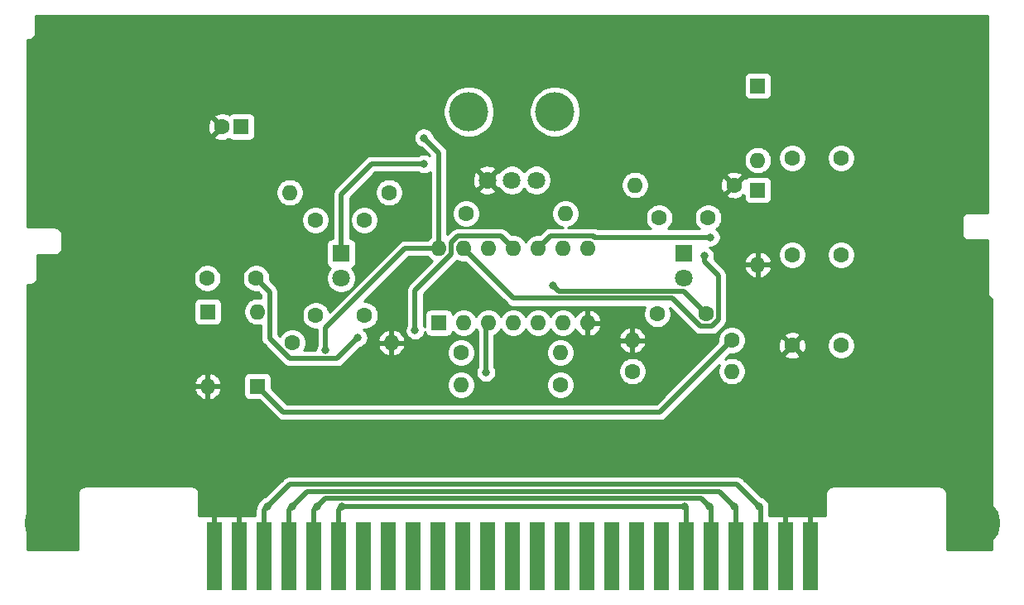
<source format=gbr>
G04 #@! TF.GenerationSoftware,KiCad,Pcbnew,(5.1.7)-1*
G04 #@! TF.CreationDate,2021-10-10T20:00:40-05:00*
G04 #@! TF.ProjectId,DrOctaveFuzz,44724f63-7461-4766-9546-757a7a2e6b69,rev?*
G04 #@! TF.SameCoordinates,Original*
G04 #@! TF.FileFunction,Copper,L2,Bot*
G04 #@! TF.FilePolarity,Positive*
%FSLAX46Y46*%
G04 Gerber Fmt 4.6, Leading zero omitted, Abs format (unit mm)*
G04 Created by KiCad (PCBNEW (5.1.7)-1) date 2021-10-10 20:00:40*
%MOMM*%
%LPD*%
G01*
G04 APERTURE LIST*
G04 #@! TA.AperFunction,ComponentPad*
%ADD10C,1.600000*%
G04 #@! TD*
G04 #@! TA.AperFunction,ComponentPad*
%ADD11O,1.600000X1.600000*%
G04 #@! TD*
G04 #@! TA.AperFunction,ComponentPad*
%ADD12R,1.800000X1.800000*%
G04 #@! TD*
G04 #@! TA.AperFunction,ComponentPad*
%ADD13C,1.800000*%
G04 #@! TD*
G04 #@! TA.AperFunction,ComponentPad*
%ADD14C,5.000000*%
G04 #@! TD*
G04 #@! TA.AperFunction,ConnectorPad*
%ADD15R,1.500000X7.000000*%
G04 #@! TD*
G04 #@! TA.AperFunction,ComponentPad*
%ADD16R,1.600000X1.600000*%
G04 #@! TD*
G04 #@! TA.AperFunction,WasherPad*
%ADD17C,4.000000*%
G04 #@! TD*
G04 #@! TA.AperFunction,ViaPad*
%ADD18C,0.800000*%
G04 #@! TD*
G04 #@! TA.AperFunction,Conductor*
%ADD19C,0.500000*%
G04 #@! TD*
G04 #@! TA.AperFunction,Conductor*
%ADD20C,0.254000*%
G04 #@! TD*
G04 #@! TA.AperFunction,Conductor*
%ADD21C,0.100000*%
G04 #@! TD*
G04 APERTURE END LIST*
D10*
G04 #@! TO.P,R8,1*
G04 #@! TO.N,GND*
X155448000Y-88011000D03*
D11*
G04 #@! TO.P,R8,2*
G04 #@! TO.N,Net-(D5-Pad1)*
X145288000Y-88011000D03*
G04 #@! TD*
D12*
G04 #@! TO.P,D5,1*
G04 #@! TO.N,Net-(D5-Pad1)*
X115250000Y-95000000D03*
D13*
G04 #@! TO.P,D5,2*
G04 #@! TO.N,/LEDPower*
X115250000Y-97540000D03*
G04 #@! TD*
G04 #@! TO.P,D6,2*
G04 #@! TO.N,/LEDPower*
X150250000Y-97540000D03*
D12*
G04 #@! TO.P,D6,1*
G04 #@! TO.N,Net-(D5-Pad1)*
X150250000Y-95000000D03*
G04 #@! TD*
D14*
G04 #@! TO.P,H1,1*
G04 #@! TO.N,GND*
X85350000Y-122600000D03*
G04 #@! TD*
G04 #@! TO.P,H2,1*
G04 #@! TO.N,GND*
X180150000Y-122600000D03*
G04 #@! TD*
D15*
G04 #@! TO.P,J1,50*
G04 #@! TO.N,GND*
X163230000Y-126000000D03*
G04 #@! TO.P,J1,49*
X160690000Y-126000000D03*
G04 #@! TO.P,J1,48*
G04 #@! TO.N,/Input*
X158150000Y-126000000D03*
G04 #@! TO.P,J1,47*
G04 #@! TO.N,/Output*
X155610000Y-126000000D03*
G04 #@! TO.P,J1,46*
G04 #@! TO.N,+9V*
X153070000Y-126000000D03*
G04 #@! TO.P,J1,45*
G04 #@! TO.N,/LEDPower*
X150530000Y-126000000D03*
G04 #@! TO.P,J1,44*
G04 #@! TO.N,N/C*
X147990000Y-126000000D03*
G04 #@! TO.P,J1,43*
X145450000Y-126000000D03*
G04 #@! TO.P,J1,42*
X142910000Y-126000000D03*
G04 #@! TO.P,J1,41*
X140370000Y-126000000D03*
G04 #@! TO.P,J1,40*
X137830000Y-126000000D03*
G04 #@! TO.P,J1,39*
X135290000Y-126000000D03*
G04 #@! TO.P,J1,38*
X132750000Y-126000000D03*
G04 #@! TO.P,J1,37*
X130210000Y-126000000D03*
G04 #@! TO.P,J1,36*
X127670000Y-126000000D03*
G04 #@! TO.P,J1,35*
X125130000Y-126000000D03*
G04 #@! TO.P,J1,34*
X122590000Y-126000000D03*
G04 #@! TO.P,J1,33*
X120050000Y-126000000D03*
G04 #@! TO.P,J1,32*
X117510000Y-126000000D03*
G04 #@! TO.P,J1,31*
G04 #@! TO.N,/LEDPower*
X114970000Y-126000000D03*
G04 #@! TO.P,J1,30*
G04 #@! TO.N,+9V*
X112430000Y-126000000D03*
G04 #@! TO.P,J1,29*
G04 #@! TO.N,/Output*
X109890000Y-126000000D03*
G04 #@! TO.P,J1,28*
G04 #@! TO.N,/Input*
X107350000Y-126000000D03*
G04 #@! TO.P,J1,27*
G04 #@! TO.N,GND*
X104810000Y-126000000D03*
G04 #@! TO.P,J1,26*
X102270000Y-126000000D03*
G04 #@! TD*
D10*
G04 #@! TO.P,C1,1*
G04 #@! TO.N,/Input*
X112649000Y-101327000D03*
G04 #@! TO.P,C1,2*
G04 #@! TO.N,/pin1*
X117649000Y-101327000D03*
G04 #@! TD*
G04 #@! TO.P,C2,1*
G04 #@! TO.N,/pin2*
X117602000Y-91586000D03*
G04 #@! TO.P,C2,2*
G04 #@! TO.N,/pin3*
X112602000Y-91586000D03*
G04 #@! TD*
G04 #@! TO.P,C3,1*
G04 #@! TO.N,/pin3*
X147574000Y-101200000D03*
G04 #@! TO.P,C3,2*
G04 #@! TO.N,/pin4*
X152574000Y-101200000D03*
G04 #@! TD*
G04 #@! TO.P,C4,2*
G04 #@! TO.N,Net-(C4-Pad2)*
X101553000Y-97555000D03*
G04 #@! TO.P,C4,1*
G04 #@! TO.N,/pin11*
X106553000Y-97555000D03*
G04 #@! TD*
G04 #@! TO.P,C5,2*
G04 #@! TO.N,Net-(C5-Pad2)*
X161370000Y-85236000D03*
G04 #@! TO.P,C5,1*
G04 #@! TO.N,/pin10*
X166370000Y-85236000D03*
G04 #@! TD*
G04 #@! TO.P,C6,2*
G04 #@! TO.N,GND*
X161370000Y-104413000D03*
G04 #@! TO.P,C6,1*
G04 #@! TO.N,Net-(C6-Pad1)*
X166370000Y-104413000D03*
G04 #@! TD*
G04 #@! TO.P,C7,1*
G04 #@! TO.N,/pin13*
X166370000Y-95142000D03*
G04 #@! TO.P,C7,2*
G04 #@! TO.N,Net-(C6-Pad1)*
X161370000Y-95142000D03*
G04 #@! TD*
G04 #@! TO.P,C8,1*
G04 #@! TO.N,Net-(C8-Pad1)*
X152781000Y-91332000D03*
G04 #@! TO.P,C8,2*
G04 #@! TO.N,/pin12*
X147781000Y-91332000D03*
G04 #@! TD*
D16*
G04 #@! TO.P,C9,1*
G04 #@! TO.N,+9V*
X105029000Y-82042000D03*
D10*
G04 #@! TO.P,C9,2*
G04 #@! TO.N,GND*
X103029000Y-82042000D03*
G04 #@! TD*
D11*
G04 #@! TO.P,D1,2*
G04 #@! TO.N,GND*
X101600000Y-108585000D03*
D16*
G04 #@! TO.P,D1,1*
G04 #@! TO.N,Net-(C4-Pad2)*
X101600000Y-100965000D03*
G04 #@! TD*
G04 #@! TO.P,D2,1*
G04 #@! TO.N,Net-(C6-Pad1)*
X106680000Y-108585000D03*
D11*
G04 #@! TO.P,D2,2*
G04 #@! TO.N,Net-(C4-Pad2)*
X106680000Y-100965000D03*
G04 #@! TD*
G04 #@! TO.P,D3,2*
G04 #@! TO.N,GND*
X157861000Y-96139000D03*
D16*
G04 #@! TO.P,D3,1*
G04 #@! TO.N,Net-(C5-Pad2)*
X157861000Y-88519000D03*
G04 #@! TD*
G04 #@! TO.P,D4,1*
G04 #@! TO.N,Net-(C6-Pad1)*
X157861000Y-77851000D03*
D11*
G04 #@! TO.P,D4,2*
G04 #@! TO.N,Net-(C5-Pad2)*
X157861000Y-85471000D03*
G04 #@! TD*
D16*
G04 #@! TO.P,IC1,1*
G04 #@! TO.N,/pin1*
X125222000Y-102108000D03*
D11*
G04 #@! TO.P,IC1,8*
G04 #@! TO.N,/pin11*
X140462000Y-94488000D03*
G04 #@! TO.P,IC1,2*
G04 #@! TO.N,/pin2*
X127762000Y-102108000D03*
G04 #@! TO.P,IC1,9*
G04 #@! TO.N,/pin6*
X137922000Y-94488000D03*
G04 #@! TO.P,IC1,3*
G04 #@! TO.N,/pin3*
X130302000Y-102108000D03*
G04 #@! TO.P,IC1,10*
G04 #@! TO.N,/pin10*
X135382000Y-94488000D03*
G04 #@! TO.P,IC1,4*
G04 #@! TO.N,/pin4*
X132842000Y-102108000D03*
G04 #@! TO.P,IC1,11*
G04 #@! TO.N,/pin11*
X132842000Y-94488000D03*
G04 #@! TO.P,IC1,5*
G04 #@! TO.N,/pin5*
X135382000Y-102108000D03*
G04 #@! TO.P,IC1,12*
G04 #@! TO.N,/pin12*
X130302000Y-94488000D03*
G04 #@! TO.P,IC1,6*
G04 #@! TO.N,/pin6*
X137922000Y-102108000D03*
G04 #@! TO.P,IC1,13*
G04 #@! TO.N,/pin13*
X127762000Y-94488000D03*
G04 #@! TO.P,IC1,7*
G04 #@! TO.N,GND*
X140462000Y-102108000D03*
G04 #@! TO.P,IC1,14*
G04 #@! TO.N,+9V*
X125222000Y-94488000D03*
G04 #@! TD*
D10*
G04 #@! TO.P,R1,1*
G04 #@! TO.N,/Input*
X110236000Y-104140000D03*
D11*
G04 #@! TO.P,R1,2*
G04 #@! TO.N,GND*
X120396000Y-104140000D03*
G04 #@! TD*
G04 #@! TO.P,R2,2*
G04 #@! TO.N,/pin2*
X109982000Y-88773000D03*
D10*
G04 #@! TO.P,R2,1*
G04 #@! TO.N,/pin1*
X120142000Y-88773000D03*
G04 #@! TD*
G04 #@! TO.P,R3,1*
G04 #@! TO.N,/pin3*
X145034000Y-107061000D03*
D11*
G04 #@! TO.P,R3,2*
G04 #@! TO.N,/pin4*
X155194000Y-107061000D03*
G04 #@! TD*
G04 #@! TO.P,R4,2*
G04 #@! TO.N,/pin5*
X137668000Y-105156000D03*
D10*
G04 #@! TO.P,R4,1*
G04 #@! TO.N,/pin4*
X127508000Y-105156000D03*
G04 #@! TD*
G04 #@! TO.P,R5,1*
G04 #@! TO.N,/pin5*
X137668000Y-108458000D03*
D11*
G04 #@! TO.P,R5,2*
G04 #@! TO.N,/pin11*
X127508000Y-108458000D03*
G04 #@! TD*
D10*
G04 #@! TO.P,R6,1*
G04 #@! TO.N,Net-(C6-Pad1)*
X155194000Y-103886000D03*
D11*
G04 #@! TO.P,R6,2*
G04 #@! TO.N,GND*
X145034000Y-103886000D03*
G04 #@! TD*
G04 #@! TO.P,R7,2*
G04 #@! TO.N,/pin12*
X138176000Y-90932000D03*
D10*
G04 #@! TO.P,R7,1*
G04 #@! TO.N,/pin13*
X128016000Y-90932000D03*
G04 #@! TD*
D13*
G04 #@! TO.P,RV1,3*
G04 #@! TO.N,GND*
X130215000Y-87500000D03*
G04 #@! TO.P,RV1,2*
G04 #@! TO.N,/Output*
X132715000Y-87500000D03*
G04 #@! TO.P,RV1,1*
G04 #@! TO.N,Net-(C8-Pad1)*
X135215000Y-87500000D03*
D17*
G04 #@! TO.P,RV1,*
G04 #@! TO.N,*
X128315000Y-80500000D03*
X137115000Y-80500000D03*
G04 #@! TD*
D18*
G04 #@! TO.N,GND*
X102616000Y-120904000D03*
X105156000Y-120904000D03*
X160528000Y-120904000D03*
X163068000Y-120904000D03*
G04 #@! TO.N,/LEDPower*
X115316000Y-120904000D03*
X150368000Y-120904000D03*
G04 #@! TO.N,/Input*
X107696000Y-120904000D03*
X157988000Y-120904000D03*
G04 #@! TO.N,/Output*
X110236000Y-120904000D03*
X155448000Y-120904000D03*
G04 #@! TO.N,+9V*
X112776000Y-120904000D03*
X152908000Y-120904000D03*
X113665000Y-104902000D03*
X123698000Y-83185000D03*
G04 #@! TO.N,/pin3*
X130048000Y-107188000D03*
G04 #@! TO.N,/pin4*
X136906000Y-98298000D03*
G04 #@! TO.N,/pin11*
X116967000Y-103632000D03*
X122809000Y-102870000D03*
G04 #@! TO.N,/pin10*
X153035000Y-93345000D03*
G04 #@! TO.N,/pin13*
X152400000Y-95250000D03*
G04 #@! TO.N,Net-(D5-Pad1)*
X123698000Y-85852000D03*
G04 #@! TD*
D19*
G04 #@! TO.N,GND*
X102270000Y-121250000D02*
X102616000Y-120904000D01*
X102270000Y-126000000D02*
X102270000Y-121250000D01*
X104810000Y-121250000D02*
X105156000Y-120904000D01*
X104810000Y-126000000D02*
X104810000Y-121250000D01*
X160690000Y-121066000D02*
X160528000Y-120904000D01*
X160690000Y-126000000D02*
X160690000Y-121066000D01*
X163230000Y-121066000D02*
X163068000Y-120904000D01*
X163230000Y-126000000D02*
X163230000Y-121066000D01*
G04 #@! TO.N,/LEDPower*
X114970000Y-121250000D02*
X115316000Y-120904000D01*
X114970000Y-126000000D02*
X114970000Y-121250000D01*
X150530000Y-121066000D02*
X150368000Y-120904000D01*
X150530000Y-126000000D02*
X150530000Y-121066000D01*
X115316000Y-120904000D02*
X150368000Y-120904000D01*
G04 #@! TO.N,/Input*
X107350000Y-121250000D02*
X107696000Y-120904000D01*
X107350000Y-126000000D02*
X107350000Y-121250000D01*
X158150000Y-121066000D02*
X157988000Y-120904000D01*
X158150000Y-126000000D02*
X158150000Y-121066000D01*
X155737979Y-118653979D02*
X157988000Y-120904000D01*
X109946021Y-118653979D02*
X155737979Y-118653979D01*
X107696000Y-120904000D02*
X109946021Y-118653979D01*
G04 #@! TO.N,/Output*
X109890000Y-121250000D02*
X110236000Y-120904000D01*
X109890000Y-126000000D02*
X109890000Y-121250000D01*
X155610000Y-126000000D02*
X155610000Y-121066000D01*
X155610000Y-121066000D02*
X155448000Y-120904000D01*
X153897989Y-119353989D02*
X155448000Y-120904000D01*
X111786011Y-119353989D02*
X153897989Y-119353989D01*
X110236000Y-120904000D02*
X111786011Y-119353989D01*
G04 #@! TO.N,+9V*
X112430000Y-121250000D02*
X112776000Y-120904000D01*
X112430000Y-126000000D02*
X112430000Y-121250000D01*
X153070000Y-121066000D02*
X152908000Y-120904000D01*
X153070000Y-126000000D02*
X153070000Y-121066000D01*
X152057999Y-120053999D02*
X152908000Y-120904000D01*
X113626001Y-120053999D02*
X152057999Y-120053999D01*
X112776000Y-120904000D02*
X113626001Y-120053999D01*
X113665000Y-104902000D02*
X113665000Y-102616000D01*
X121793000Y-94488000D02*
X125222000Y-94488000D01*
X113665000Y-102616000D02*
X121793000Y-94488000D01*
X125222000Y-84709000D02*
X125222000Y-94488000D01*
X123698000Y-83185000D02*
X125222000Y-84709000D01*
G04 #@! TO.N,/pin3*
X130048000Y-102362000D02*
X130302000Y-102108000D01*
X130048000Y-107188000D02*
X130048000Y-102362000D01*
G04 #@! TO.N,/pin4*
X150264001Y-98890001D02*
X152574000Y-101200000D01*
X137498001Y-98890001D02*
X150264001Y-98890001D01*
X136906000Y-98298000D02*
X137498001Y-98890001D01*
G04 #@! TO.N,/pin11*
X107930001Y-103684003D02*
X107930001Y-98932001D01*
X109997999Y-105752001D02*
X107930001Y-103684003D01*
X107930001Y-98932001D02*
X106553000Y-97555000D01*
X114846999Y-105752001D02*
X109997999Y-105752001D01*
X116967000Y-103632000D02*
X114846999Y-105752001D01*
X126511999Y-93887999D02*
X127161999Y-93237999D01*
X126511999Y-95088001D02*
X126511999Y-93887999D01*
X131591999Y-93237999D02*
X132842000Y-94488000D01*
X122809000Y-98791000D02*
X126511999Y-95088001D01*
X127161999Y-93237999D02*
X131591999Y-93237999D01*
X122809000Y-102870000D02*
X122809000Y-98791000D01*
G04 #@! TO.N,/pin10*
X136652000Y-93218000D02*
X135382000Y-94488000D01*
X141042002Y-93218000D02*
X136652000Y-93218000D01*
X141169002Y-93345000D02*
X141042002Y-93218000D01*
X153035000Y-93345000D02*
X141169002Y-93345000D01*
G04 #@! TO.N,Net-(C6-Pad1)*
X106680000Y-108585000D02*
X109347000Y-111252000D01*
X147828000Y-111252000D02*
X155194000Y-103886000D01*
X109347000Y-111252000D02*
X147828000Y-111252000D01*
G04 #@! TO.N,/pin13*
X132864011Y-99590011D02*
X127762000Y-94488000D01*
X149114009Y-99590011D02*
X132864011Y-99590011D01*
X151973999Y-102450001D02*
X149114009Y-99590011D01*
X153174001Y-102450001D02*
X151973999Y-102450001D01*
X153824001Y-101800001D02*
X153174001Y-102450001D01*
X153824001Y-97239686D02*
X153824001Y-101800001D01*
X152400000Y-95815685D02*
X153824001Y-97239686D01*
X152400000Y-95250000D02*
X152400000Y-95815685D01*
G04 #@! TO.N,Net-(D5-Pad1)*
X123698000Y-85852000D02*
X118364000Y-85852000D01*
X115250000Y-88966000D02*
X115250000Y-95000000D01*
X118364000Y-85852000D02*
X115250000Y-88966000D01*
G04 #@! TD*
D20*
G04 #@! TO.N,GND*
X181323001Y-90823000D02*
X179433252Y-90823000D01*
X179400000Y-90819725D01*
X179366748Y-90823000D01*
X179267285Y-90832796D01*
X179139670Y-90871508D01*
X179022059Y-90934372D01*
X178918973Y-91018973D01*
X178834372Y-91122059D01*
X178771508Y-91239670D01*
X178732796Y-91367285D01*
X178719725Y-91500000D01*
X178723001Y-91533262D01*
X178723000Y-92966747D01*
X178719725Y-93000000D01*
X178732796Y-93132715D01*
X178771508Y-93260330D01*
X178834372Y-93377941D01*
X178918973Y-93481027D01*
X179009398Y-93555237D01*
X179022059Y-93565628D01*
X179139670Y-93628492D01*
X179267285Y-93667204D01*
X179400000Y-93680275D01*
X179433252Y-93677000D01*
X181323000Y-93677000D01*
X181323001Y-98966738D01*
X181319725Y-99000000D01*
X181332796Y-99132715D01*
X181371508Y-99260330D01*
X181434372Y-99377941D01*
X181518973Y-99481027D01*
X181622059Y-99565628D01*
X181739670Y-99628492D01*
X181823001Y-99653770D01*
X181823000Y-125323000D01*
X177177000Y-125323000D01*
X177177000Y-119533252D01*
X177180275Y-119500000D01*
X177167204Y-119367285D01*
X177128492Y-119239670D01*
X177065628Y-119122059D01*
X176981027Y-119018973D01*
X176877941Y-118934372D01*
X176760330Y-118871508D01*
X176632715Y-118832796D01*
X176533252Y-118823000D01*
X176500000Y-118819725D01*
X176466748Y-118823000D01*
X165513252Y-118823000D01*
X165480000Y-118819725D01*
X165446748Y-118823000D01*
X165347285Y-118832796D01*
X165219670Y-118871508D01*
X165102059Y-118934372D01*
X164998973Y-119018973D01*
X164914372Y-119122059D01*
X164851508Y-119239670D01*
X164812796Y-119367285D01*
X164799725Y-119500000D01*
X164803001Y-119533262D01*
X164803001Y-121793000D01*
X159027000Y-121793000D01*
X159027000Y-121109079D01*
X159031243Y-121066000D01*
X159015000Y-120901084D01*
X159015000Y-120802849D01*
X158975533Y-120604435D01*
X158898115Y-120417533D01*
X158785723Y-120249326D01*
X158642674Y-120106277D01*
X158474467Y-119993885D01*
X158287565Y-119916467D01*
X158229103Y-119904838D01*
X156388576Y-118064311D01*
X156361112Y-118030846D01*
X156227571Y-117921252D01*
X156075216Y-117839817D01*
X155909901Y-117789669D01*
X155781058Y-117776979D01*
X155737979Y-117772736D01*
X155694900Y-117776979D01*
X109989090Y-117776979D01*
X109946020Y-117772737D01*
X109902951Y-117776979D01*
X109902942Y-117776979D01*
X109774099Y-117789669D01*
X109608784Y-117839817D01*
X109456429Y-117921252D01*
X109322888Y-118030846D01*
X109295424Y-118064311D01*
X107454897Y-119904838D01*
X107396435Y-119916467D01*
X107209533Y-119993885D01*
X107041326Y-120106277D01*
X106898277Y-120249326D01*
X106785885Y-120417533D01*
X106708467Y-120604435D01*
X106696691Y-120663637D01*
X106617274Y-120760408D01*
X106535838Y-120912764D01*
X106485690Y-121078078D01*
X106468757Y-121250000D01*
X106473001Y-121293089D01*
X106473001Y-121793000D01*
X100697000Y-121793000D01*
X100697000Y-119533252D01*
X100700275Y-119500000D01*
X100687204Y-119367285D01*
X100648492Y-119239670D01*
X100585628Y-119122059D01*
X100501027Y-119018973D01*
X100397941Y-118934372D01*
X100280330Y-118871508D01*
X100152715Y-118832796D01*
X100020000Y-118819725D01*
X99986748Y-118823000D01*
X89033252Y-118823000D01*
X89000000Y-118819725D01*
X88867285Y-118832796D01*
X88739670Y-118871508D01*
X88622059Y-118934372D01*
X88518973Y-119018973D01*
X88434372Y-119122059D01*
X88371508Y-119239670D01*
X88332796Y-119367285D01*
X88319725Y-119500000D01*
X88323000Y-119533252D01*
X88323001Y-125323000D01*
X83177000Y-125323000D01*
X83177000Y-108934040D01*
X100208091Y-108934040D01*
X100302930Y-109198881D01*
X100447615Y-109440131D01*
X100636586Y-109648519D01*
X100862580Y-109816037D01*
X101116913Y-109936246D01*
X101250961Y-109976904D01*
X101473000Y-109854915D01*
X101473000Y-108712000D01*
X101727000Y-108712000D01*
X101727000Y-109854915D01*
X101949039Y-109976904D01*
X102083087Y-109936246D01*
X102337420Y-109816037D01*
X102563414Y-109648519D01*
X102752385Y-109440131D01*
X102897070Y-109198881D01*
X102991909Y-108934040D01*
X102870624Y-108712000D01*
X101727000Y-108712000D01*
X101473000Y-108712000D01*
X100329376Y-108712000D01*
X100208091Y-108934040D01*
X83177000Y-108934040D01*
X83177000Y-108235960D01*
X100208091Y-108235960D01*
X100329376Y-108458000D01*
X101473000Y-108458000D01*
X101473000Y-107315085D01*
X101727000Y-107315085D01*
X101727000Y-108458000D01*
X102870624Y-108458000D01*
X102991909Y-108235960D01*
X102897070Y-107971119D01*
X102785449Y-107785000D01*
X105249967Y-107785000D01*
X105249967Y-109385000D01*
X105262073Y-109507913D01*
X105297925Y-109626103D01*
X105356147Y-109735028D01*
X105434499Y-109830501D01*
X105529972Y-109908853D01*
X105638897Y-109967075D01*
X105757087Y-110002927D01*
X105880000Y-110015033D01*
X106869768Y-110015033D01*
X108696403Y-111841668D01*
X108723867Y-111875133D01*
X108857408Y-111984727D01*
X109009763Y-112066162D01*
X109175077Y-112116310D01*
X109347000Y-112133243D01*
X109390079Y-112129000D01*
X147784921Y-112129000D01*
X147828000Y-112133243D01*
X147871079Y-112129000D01*
X147999922Y-112116310D01*
X148165237Y-112066162D01*
X148317592Y-111984727D01*
X148451133Y-111875133D01*
X148478597Y-111841668D01*
X153925311Y-106394954D01*
X153821838Y-106644759D01*
X153767000Y-106920453D01*
X153767000Y-107201547D01*
X153821838Y-107477241D01*
X153929409Y-107736938D01*
X154085576Y-107970660D01*
X154284340Y-108169424D01*
X154518062Y-108325591D01*
X154777759Y-108433162D01*
X155053453Y-108488000D01*
X155334547Y-108488000D01*
X155610241Y-108433162D01*
X155869938Y-108325591D01*
X156103660Y-108169424D01*
X156302424Y-107970660D01*
X156458591Y-107736938D01*
X156566162Y-107477241D01*
X156621000Y-107201547D01*
X156621000Y-106920453D01*
X156566162Y-106644759D01*
X156458591Y-106385062D01*
X156302424Y-106151340D01*
X156103660Y-105952576D01*
X155869938Y-105796409D01*
X155610241Y-105688838D01*
X155334547Y-105634000D01*
X155053453Y-105634000D01*
X154777759Y-105688838D01*
X154527954Y-105792311D01*
X154914563Y-105405702D01*
X160556903Y-105405702D01*
X160628486Y-105649671D01*
X160883996Y-105770571D01*
X161158184Y-105839300D01*
X161440512Y-105853217D01*
X161720130Y-105811787D01*
X161986292Y-105716603D01*
X162111514Y-105649671D01*
X162183097Y-105405702D01*
X161370000Y-104592605D01*
X160556903Y-105405702D01*
X154914563Y-105405702D01*
X155014929Y-105305337D01*
X155053453Y-105313000D01*
X155334547Y-105313000D01*
X155610241Y-105258162D01*
X155869938Y-105150591D01*
X156103660Y-104994424D01*
X156302424Y-104795660D01*
X156458591Y-104561938D01*
X156491076Y-104483512D01*
X159929783Y-104483512D01*
X159971213Y-104763130D01*
X160066397Y-105029292D01*
X160133329Y-105154514D01*
X160377298Y-105226097D01*
X161190395Y-104413000D01*
X161549605Y-104413000D01*
X162362702Y-105226097D01*
X162606671Y-105154514D01*
X162727571Y-104899004D01*
X162796300Y-104624816D01*
X162810217Y-104342488D01*
X162799841Y-104272453D01*
X164943000Y-104272453D01*
X164943000Y-104553547D01*
X164997838Y-104829241D01*
X165105409Y-105088938D01*
X165261576Y-105322660D01*
X165460340Y-105521424D01*
X165694062Y-105677591D01*
X165953759Y-105785162D01*
X166229453Y-105840000D01*
X166510547Y-105840000D01*
X166786241Y-105785162D01*
X167045938Y-105677591D01*
X167279660Y-105521424D01*
X167478424Y-105322660D01*
X167634591Y-105088938D01*
X167742162Y-104829241D01*
X167797000Y-104553547D01*
X167797000Y-104272453D01*
X167742162Y-103996759D01*
X167634591Y-103737062D01*
X167478424Y-103503340D01*
X167279660Y-103304576D01*
X167045938Y-103148409D01*
X166786241Y-103040838D01*
X166510547Y-102986000D01*
X166229453Y-102986000D01*
X165953759Y-103040838D01*
X165694062Y-103148409D01*
X165460340Y-103304576D01*
X165261576Y-103503340D01*
X165105409Y-103737062D01*
X164997838Y-103996759D01*
X164943000Y-104272453D01*
X162799841Y-104272453D01*
X162768787Y-104062870D01*
X162673603Y-103796708D01*
X162606671Y-103671486D01*
X162362702Y-103599903D01*
X161549605Y-104413000D01*
X161190395Y-104413000D01*
X160377298Y-103599903D01*
X160133329Y-103671486D01*
X160012429Y-103926996D01*
X159943700Y-104201184D01*
X159929783Y-104483512D01*
X156491076Y-104483512D01*
X156566162Y-104302241D01*
X156621000Y-104026547D01*
X156621000Y-103745453D01*
X156566162Y-103469759D01*
X156545675Y-103420298D01*
X160556903Y-103420298D01*
X161370000Y-104233395D01*
X162183097Y-103420298D01*
X162111514Y-103176329D01*
X161856004Y-103055429D01*
X161581816Y-102986700D01*
X161299488Y-102972783D01*
X161019870Y-103014213D01*
X160753708Y-103109397D01*
X160628486Y-103176329D01*
X160556903Y-103420298D01*
X156545675Y-103420298D01*
X156458591Y-103210062D01*
X156302424Y-102976340D01*
X156103660Y-102777576D01*
X155869938Y-102621409D01*
X155610241Y-102513838D01*
X155334547Y-102459000D01*
X155053453Y-102459000D01*
X154777759Y-102513838D01*
X154518062Y-102621409D01*
X154284340Y-102777576D01*
X154085576Y-102976340D01*
X153929409Y-103210062D01*
X153821838Y-103469759D01*
X153767000Y-103745453D01*
X153767000Y-104026547D01*
X153774663Y-104065071D01*
X147464735Y-110375000D01*
X109710265Y-110375000D01*
X108110033Y-108774768D01*
X108110033Y-108317453D01*
X126081000Y-108317453D01*
X126081000Y-108598547D01*
X126135838Y-108874241D01*
X126243409Y-109133938D01*
X126399576Y-109367660D01*
X126598340Y-109566424D01*
X126832062Y-109722591D01*
X127091759Y-109830162D01*
X127367453Y-109885000D01*
X127648547Y-109885000D01*
X127924241Y-109830162D01*
X128183938Y-109722591D01*
X128417660Y-109566424D01*
X128616424Y-109367660D01*
X128772591Y-109133938D01*
X128880162Y-108874241D01*
X128935000Y-108598547D01*
X128935000Y-108317453D01*
X136241000Y-108317453D01*
X136241000Y-108598547D01*
X136295838Y-108874241D01*
X136403409Y-109133938D01*
X136559576Y-109367660D01*
X136758340Y-109566424D01*
X136992062Y-109722591D01*
X137251759Y-109830162D01*
X137527453Y-109885000D01*
X137808547Y-109885000D01*
X138084241Y-109830162D01*
X138343938Y-109722591D01*
X138577660Y-109566424D01*
X138776424Y-109367660D01*
X138932591Y-109133938D01*
X139040162Y-108874241D01*
X139095000Y-108598547D01*
X139095000Y-108317453D01*
X139040162Y-108041759D01*
X138932591Y-107782062D01*
X138776424Y-107548340D01*
X138577660Y-107349576D01*
X138343938Y-107193409D01*
X138084241Y-107085838D01*
X137808547Y-107031000D01*
X137527453Y-107031000D01*
X137251759Y-107085838D01*
X136992062Y-107193409D01*
X136758340Y-107349576D01*
X136559576Y-107548340D01*
X136403409Y-107782062D01*
X136295838Y-108041759D01*
X136241000Y-108317453D01*
X128935000Y-108317453D01*
X128880162Y-108041759D01*
X128772591Y-107782062D01*
X128616424Y-107548340D01*
X128417660Y-107349576D01*
X128183938Y-107193409D01*
X127924241Y-107085838D01*
X127648547Y-107031000D01*
X127367453Y-107031000D01*
X127091759Y-107085838D01*
X126832062Y-107193409D01*
X126598340Y-107349576D01*
X126399576Y-107548340D01*
X126243409Y-107782062D01*
X126135838Y-108041759D01*
X126081000Y-108317453D01*
X108110033Y-108317453D01*
X108110033Y-107785000D01*
X108097927Y-107662087D01*
X108062075Y-107543897D01*
X108003853Y-107434972D01*
X107925501Y-107339499D01*
X107830028Y-107261147D01*
X107721103Y-107202925D01*
X107602913Y-107167073D01*
X107480000Y-107154967D01*
X105880000Y-107154967D01*
X105757087Y-107167073D01*
X105638897Y-107202925D01*
X105529972Y-107261147D01*
X105434499Y-107339499D01*
X105356147Y-107434972D01*
X105297925Y-107543897D01*
X105262073Y-107662087D01*
X105249967Y-107785000D01*
X102785449Y-107785000D01*
X102752385Y-107729869D01*
X102563414Y-107521481D01*
X102337420Y-107353963D01*
X102083087Y-107233754D01*
X101949039Y-107193096D01*
X101727000Y-107315085D01*
X101473000Y-107315085D01*
X101250961Y-107193096D01*
X101116913Y-107233754D01*
X100862580Y-107353963D01*
X100636586Y-107521481D01*
X100447615Y-107729869D01*
X100302930Y-107971119D01*
X100208091Y-108235960D01*
X83177000Y-108235960D01*
X83177000Y-100165000D01*
X100169967Y-100165000D01*
X100169967Y-101765000D01*
X100182073Y-101887913D01*
X100217925Y-102006103D01*
X100276147Y-102115028D01*
X100354499Y-102210501D01*
X100449972Y-102288853D01*
X100558897Y-102347075D01*
X100677087Y-102382927D01*
X100800000Y-102395033D01*
X102400000Y-102395033D01*
X102522913Y-102382927D01*
X102641103Y-102347075D01*
X102750028Y-102288853D01*
X102845501Y-102210501D01*
X102923853Y-102115028D01*
X102982075Y-102006103D01*
X103017927Y-101887913D01*
X103030033Y-101765000D01*
X103030033Y-100165000D01*
X103017927Y-100042087D01*
X102982075Y-99923897D01*
X102923853Y-99814972D01*
X102845501Y-99719499D01*
X102750028Y-99641147D01*
X102641103Y-99582925D01*
X102522913Y-99547073D01*
X102400000Y-99534967D01*
X100800000Y-99534967D01*
X100677087Y-99547073D01*
X100558897Y-99582925D01*
X100449972Y-99641147D01*
X100354499Y-99719499D01*
X100276147Y-99814972D01*
X100217925Y-99923897D01*
X100182073Y-100042087D01*
X100169967Y-100165000D01*
X83177000Y-100165000D01*
X83177000Y-98177000D01*
X83466748Y-98177000D01*
X83500000Y-98180275D01*
X83533252Y-98177000D01*
X83632715Y-98167204D01*
X83760330Y-98128492D01*
X83877941Y-98065628D01*
X83981027Y-97981027D01*
X84065628Y-97877941D01*
X84128492Y-97760330D01*
X84167204Y-97632715D01*
X84180275Y-97500000D01*
X84177000Y-97466748D01*
X84177000Y-97414453D01*
X100126000Y-97414453D01*
X100126000Y-97695547D01*
X100180838Y-97971241D01*
X100288409Y-98230938D01*
X100444576Y-98464660D01*
X100643340Y-98663424D01*
X100877062Y-98819591D01*
X101136759Y-98927162D01*
X101412453Y-98982000D01*
X101693547Y-98982000D01*
X101969241Y-98927162D01*
X102228938Y-98819591D01*
X102462660Y-98663424D01*
X102661424Y-98464660D01*
X102817591Y-98230938D01*
X102925162Y-97971241D01*
X102980000Y-97695547D01*
X102980000Y-97414453D01*
X105126000Y-97414453D01*
X105126000Y-97695547D01*
X105180838Y-97971241D01*
X105288409Y-98230938D01*
X105444576Y-98464660D01*
X105643340Y-98663424D01*
X105877062Y-98819591D01*
X106136759Y-98927162D01*
X106412453Y-98982000D01*
X106693547Y-98982000D01*
X106732072Y-98974337D01*
X107053002Y-99295267D01*
X107053002Y-99584237D01*
X106820547Y-99538000D01*
X106539453Y-99538000D01*
X106263759Y-99592838D01*
X106004062Y-99700409D01*
X105770340Y-99856576D01*
X105571576Y-100055340D01*
X105415409Y-100289062D01*
X105307838Y-100548759D01*
X105253000Y-100824453D01*
X105253000Y-101105547D01*
X105307838Y-101381241D01*
X105415409Y-101640938D01*
X105571576Y-101874660D01*
X105770340Y-102073424D01*
X106004062Y-102229591D01*
X106263759Y-102337162D01*
X106539453Y-102392000D01*
X106820547Y-102392000D01*
X107053001Y-102345763D01*
X107053001Y-103640923D01*
X107048758Y-103684003D01*
X107065691Y-103855925D01*
X107108413Y-103996759D01*
X107115839Y-104021239D01*
X107197274Y-104173594D01*
X107306868Y-104307136D01*
X107340333Y-104334600D01*
X109347407Y-106341675D01*
X109374866Y-106375134D01*
X109408325Y-106402593D01*
X109408327Y-106402595D01*
X109473426Y-106456020D01*
X109508407Y-106484728D01*
X109589667Y-106528162D01*
X109660762Y-106566163D01*
X109826076Y-106616311D01*
X109997999Y-106633244D01*
X110041078Y-106629001D01*
X114803920Y-106629001D01*
X114846999Y-106633244D01*
X114890078Y-106629001D01*
X115018921Y-106616311D01*
X115184236Y-106566163D01*
X115336591Y-106484728D01*
X115470132Y-106375134D01*
X115497596Y-106341669D01*
X117208103Y-104631162D01*
X117266565Y-104619533D01*
X117453467Y-104542115D01*
X117532901Y-104489039D01*
X119004096Y-104489039D01*
X119044754Y-104623087D01*
X119164963Y-104877420D01*
X119332481Y-105103414D01*
X119540869Y-105292385D01*
X119782119Y-105437070D01*
X120046960Y-105531909D01*
X120269000Y-105410624D01*
X120269000Y-104267000D01*
X120523000Y-104267000D01*
X120523000Y-105410624D01*
X120745040Y-105531909D01*
X121009881Y-105437070D01*
X121251131Y-105292385D01*
X121459519Y-105103414D01*
X121524720Y-105015453D01*
X126081000Y-105015453D01*
X126081000Y-105296547D01*
X126135838Y-105572241D01*
X126243409Y-105831938D01*
X126399576Y-106065660D01*
X126598340Y-106264424D01*
X126832062Y-106420591D01*
X127091759Y-106528162D01*
X127367453Y-106583000D01*
X127648547Y-106583000D01*
X127924241Y-106528162D01*
X128183938Y-106420591D01*
X128417660Y-106264424D01*
X128616424Y-106065660D01*
X128772591Y-105831938D01*
X128880162Y-105572241D01*
X128935000Y-105296547D01*
X128935000Y-105015453D01*
X128880162Y-104739759D01*
X128772591Y-104480062D01*
X128616424Y-104246340D01*
X128417660Y-104047576D01*
X128183938Y-103891409D01*
X127924241Y-103783838D01*
X127648547Y-103729000D01*
X127367453Y-103729000D01*
X127091759Y-103783838D01*
X126832062Y-103891409D01*
X126598340Y-104047576D01*
X126399576Y-104246340D01*
X126243409Y-104480062D01*
X126135838Y-104739759D01*
X126081000Y-105015453D01*
X121524720Y-105015453D01*
X121627037Y-104877420D01*
X121747246Y-104623087D01*
X121787904Y-104489039D01*
X121665915Y-104267000D01*
X120523000Y-104267000D01*
X120269000Y-104267000D01*
X119126085Y-104267000D01*
X119004096Y-104489039D01*
X117532901Y-104489039D01*
X117621674Y-104429723D01*
X117764723Y-104286674D01*
X117877115Y-104118467D01*
X117954533Y-103931565D01*
X117982500Y-103790961D01*
X119004096Y-103790961D01*
X119126085Y-104013000D01*
X120269000Y-104013000D01*
X120269000Y-102869376D01*
X120523000Y-102869376D01*
X120523000Y-104013000D01*
X121665915Y-104013000D01*
X121787904Y-103790961D01*
X121747246Y-103656913D01*
X121627037Y-103402580D01*
X121459519Y-103176586D01*
X121251131Y-102987615D01*
X121009881Y-102842930D01*
X120745040Y-102748091D01*
X120523000Y-102869376D01*
X120269000Y-102869376D01*
X120046960Y-102748091D01*
X119782119Y-102842930D01*
X119540869Y-102987615D01*
X119332481Y-103176586D01*
X119164963Y-103402580D01*
X119044754Y-103656913D01*
X119004096Y-103790961D01*
X117982500Y-103790961D01*
X117994000Y-103733151D01*
X117994000Y-103530849D01*
X117954533Y-103332435D01*
X117877115Y-103145533D01*
X117764723Y-102977326D01*
X117621674Y-102834277D01*
X117498596Y-102752039D01*
X117508453Y-102754000D01*
X117789547Y-102754000D01*
X118065241Y-102699162D01*
X118324938Y-102591591D01*
X118558660Y-102435424D01*
X118757424Y-102236660D01*
X118913591Y-102002938D01*
X119021162Y-101743241D01*
X119076000Y-101467547D01*
X119076000Y-101186453D01*
X119021162Y-100910759D01*
X118913591Y-100651062D01*
X118757424Y-100417340D01*
X118558660Y-100218576D01*
X118324938Y-100062409D01*
X118065241Y-99954838D01*
X117789547Y-99900000D01*
X117621265Y-99900000D01*
X122156266Y-95365000D01*
X124091753Y-95365000D01*
X124113576Y-95397660D01*
X124312340Y-95596424D01*
X124546062Y-95752591D01*
X124589253Y-95770482D01*
X122219327Y-98140408D01*
X122185868Y-98167867D01*
X122158409Y-98201326D01*
X122158406Y-98201329D01*
X122076274Y-98301408D01*
X121994838Y-98453764D01*
X121944690Y-98619078D01*
X121927757Y-98791000D01*
X121932001Y-98834089D01*
X121932000Y-102333973D01*
X121898885Y-102383533D01*
X121821467Y-102570435D01*
X121782000Y-102768849D01*
X121782000Y-102971151D01*
X121821467Y-103169565D01*
X121898885Y-103356467D01*
X122011277Y-103524674D01*
X122154326Y-103667723D01*
X122322533Y-103780115D01*
X122509435Y-103857533D01*
X122707849Y-103897000D01*
X122910151Y-103897000D01*
X123108565Y-103857533D01*
X123295467Y-103780115D01*
X123463674Y-103667723D01*
X123606723Y-103524674D01*
X123719115Y-103356467D01*
X123796533Y-103169565D01*
X123816176Y-103070812D01*
X123839925Y-103149103D01*
X123898147Y-103258028D01*
X123976499Y-103353501D01*
X124071972Y-103431853D01*
X124180897Y-103490075D01*
X124299087Y-103525927D01*
X124422000Y-103538033D01*
X126022000Y-103538033D01*
X126144913Y-103525927D01*
X126263103Y-103490075D01*
X126372028Y-103431853D01*
X126467501Y-103353501D01*
X126545853Y-103258028D01*
X126604075Y-103149103D01*
X126639927Y-103030913D01*
X126642818Y-103001560D01*
X126653576Y-103017660D01*
X126852340Y-103216424D01*
X127086062Y-103372591D01*
X127345759Y-103480162D01*
X127621453Y-103535000D01*
X127902547Y-103535000D01*
X128178241Y-103480162D01*
X128437938Y-103372591D01*
X128671660Y-103216424D01*
X128870424Y-103017660D01*
X129026591Y-102783938D01*
X129032000Y-102770880D01*
X129037409Y-102783938D01*
X129171001Y-102983874D01*
X129171000Y-106651973D01*
X129137885Y-106701533D01*
X129060467Y-106888435D01*
X129021000Y-107086849D01*
X129021000Y-107289151D01*
X129060467Y-107487565D01*
X129137885Y-107674467D01*
X129250277Y-107842674D01*
X129393326Y-107985723D01*
X129561533Y-108098115D01*
X129748435Y-108175533D01*
X129946849Y-108215000D01*
X130149151Y-108215000D01*
X130347565Y-108175533D01*
X130534467Y-108098115D01*
X130702674Y-107985723D01*
X130845723Y-107842674D01*
X130958115Y-107674467D01*
X131035533Y-107487565D01*
X131075000Y-107289151D01*
X131075000Y-107086849D01*
X131041902Y-106920453D01*
X143607000Y-106920453D01*
X143607000Y-107201547D01*
X143661838Y-107477241D01*
X143769409Y-107736938D01*
X143925576Y-107970660D01*
X144124340Y-108169424D01*
X144358062Y-108325591D01*
X144617759Y-108433162D01*
X144893453Y-108488000D01*
X145174547Y-108488000D01*
X145450241Y-108433162D01*
X145709938Y-108325591D01*
X145943660Y-108169424D01*
X146142424Y-107970660D01*
X146298591Y-107736938D01*
X146406162Y-107477241D01*
X146461000Y-107201547D01*
X146461000Y-106920453D01*
X146406162Y-106644759D01*
X146298591Y-106385062D01*
X146142424Y-106151340D01*
X145943660Y-105952576D01*
X145709938Y-105796409D01*
X145450241Y-105688838D01*
X145174547Y-105634000D01*
X144893453Y-105634000D01*
X144617759Y-105688838D01*
X144358062Y-105796409D01*
X144124340Y-105952576D01*
X143925576Y-106151340D01*
X143769409Y-106385062D01*
X143661838Y-106644759D01*
X143607000Y-106920453D01*
X131041902Y-106920453D01*
X131035533Y-106888435D01*
X130958115Y-106701533D01*
X130925000Y-106651973D01*
X130925000Y-105015453D01*
X136241000Y-105015453D01*
X136241000Y-105296547D01*
X136295838Y-105572241D01*
X136403409Y-105831938D01*
X136559576Y-106065660D01*
X136758340Y-106264424D01*
X136992062Y-106420591D01*
X137251759Y-106528162D01*
X137527453Y-106583000D01*
X137808547Y-106583000D01*
X138084241Y-106528162D01*
X138343938Y-106420591D01*
X138577660Y-106264424D01*
X138776424Y-106065660D01*
X138932591Y-105831938D01*
X139040162Y-105572241D01*
X139095000Y-105296547D01*
X139095000Y-105015453D01*
X139040162Y-104739759D01*
X138932591Y-104480062D01*
X138776424Y-104246340D01*
X138765123Y-104235039D01*
X143642096Y-104235039D01*
X143682754Y-104369087D01*
X143802963Y-104623420D01*
X143970481Y-104849414D01*
X144178869Y-105038385D01*
X144420119Y-105183070D01*
X144684960Y-105277909D01*
X144907000Y-105156624D01*
X144907000Y-104013000D01*
X145161000Y-104013000D01*
X145161000Y-105156624D01*
X145383040Y-105277909D01*
X145647881Y-105183070D01*
X145889131Y-105038385D01*
X146097519Y-104849414D01*
X146265037Y-104623420D01*
X146385246Y-104369087D01*
X146425904Y-104235039D01*
X146303915Y-104013000D01*
X145161000Y-104013000D01*
X144907000Y-104013000D01*
X143764085Y-104013000D01*
X143642096Y-104235039D01*
X138765123Y-104235039D01*
X138577660Y-104047576D01*
X138343938Y-103891409D01*
X138084241Y-103783838D01*
X137808547Y-103729000D01*
X137527453Y-103729000D01*
X137251759Y-103783838D01*
X136992062Y-103891409D01*
X136758340Y-104047576D01*
X136559576Y-104246340D01*
X136403409Y-104480062D01*
X136295838Y-104739759D01*
X136241000Y-105015453D01*
X130925000Y-105015453D01*
X130925000Y-103536961D01*
X143642096Y-103536961D01*
X143764085Y-103759000D01*
X144907000Y-103759000D01*
X144907000Y-102615376D01*
X145161000Y-102615376D01*
X145161000Y-103759000D01*
X146303915Y-103759000D01*
X146425904Y-103536961D01*
X146385246Y-103402913D01*
X146265037Y-103148580D01*
X146097519Y-102922586D01*
X145889131Y-102733615D01*
X145647881Y-102588930D01*
X145383040Y-102494091D01*
X145161000Y-102615376D01*
X144907000Y-102615376D01*
X144684960Y-102494091D01*
X144420119Y-102588930D01*
X144178869Y-102733615D01*
X143970481Y-102922586D01*
X143802963Y-103148580D01*
X143682754Y-103402913D01*
X143642096Y-103536961D01*
X130925000Y-103536961D01*
X130925000Y-103394519D01*
X130977938Y-103372591D01*
X131211660Y-103216424D01*
X131410424Y-103017660D01*
X131566591Y-102783938D01*
X131572000Y-102770880D01*
X131577409Y-102783938D01*
X131733576Y-103017660D01*
X131932340Y-103216424D01*
X132166062Y-103372591D01*
X132425759Y-103480162D01*
X132701453Y-103535000D01*
X132982547Y-103535000D01*
X133258241Y-103480162D01*
X133517938Y-103372591D01*
X133751660Y-103216424D01*
X133950424Y-103017660D01*
X134106591Y-102783938D01*
X134112000Y-102770880D01*
X134117409Y-102783938D01*
X134273576Y-103017660D01*
X134472340Y-103216424D01*
X134706062Y-103372591D01*
X134965759Y-103480162D01*
X135241453Y-103535000D01*
X135522547Y-103535000D01*
X135798241Y-103480162D01*
X136057938Y-103372591D01*
X136291660Y-103216424D01*
X136490424Y-103017660D01*
X136646591Y-102783938D01*
X136652000Y-102770880D01*
X136657409Y-102783938D01*
X136813576Y-103017660D01*
X137012340Y-103216424D01*
X137246062Y-103372591D01*
X137505759Y-103480162D01*
X137781453Y-103535000D01*
X138062547Y-103535000D01*
X138338241Y-103480162D01*
X138597938Y-103372591D01*
X138831660Y-103216424D01*
X139030424Y-103017660D01*
X139186591Y-102783938D01*
X139192946Y-102768596D01*
X139309615Y-102963131D01*
X139498586Y-103171519D01*
X139724580Y-103339037D01*
X139978913Y-103459246D01*
X140112961Y-103499904D01*
X140335000Y-103377915D01*
X140335000Y-102235000D01*
X140589000Y-102235000D01*
X140589000Y-103377915D01*
X140811039Y-103499904D01*
X140945087Y-103459246D01*
X141199420Y-103339037D01*
X141425414Y-103171519D01*
X141614385Y-102963131D01*
X141759070Y-102721881D01*
X141853909Y-102457040D01*
X141732624Y-102235000D01*
X140589000Y-102235000D01*
X140335000Y-102235000D01*
X140315000Y-102235000D01*
X140315000Y-101981000D01*
X140335000Y-101981000D01*
X140335000Y-100838085D01*
X140589000Y-100838085D01*
X140589000Y-101981000D01*
X141732624Y-101981000D01*
X141853909Y-101758960D01*
X141759070Y-101494119D01*
X141614385Y-101252869D01*
X141425414Y-101044481D01*
X141199420Y-100876963D01*
X140945087Y-100756754D01*
X140811039Y-100716096D01*
X140589000Y-100838085D01*
X140335000Y-100838085D01*
X140112961Y-100716096D01*
X139978913Y-100756754D01*
X139724580Y-100876963D01*
X139498586Y-101044481D01*
X139309615Y-101252869D01*
X139192946Y-101447404D01*
X139186591Y-101432062D01*
X139030424Y-101198340D01*
X138831660Y-100999576D01*
X138597938Y-100843409D01*
X138338241Y-100735838D01*
X138062547Y-100681000D01*
X137781453Y-100681000D01*
X137505759Y-100735838D01*
X137246062Y-100843409D01*
X137012340Y-100999576D01*
X136813576Y-101198340D01*
X136657409Y-101432062D01*
X136652000Y-101445120D01*
X136646591Y-101432062D01*
X136490424Y-101198340D01*
X136291660Y-100999576D01*
X136057938Y-100843409D01*
X135798241Y-100735838D01*
X135522547Y-100681000D01*
X135241453Y-100681000D01*
X134965759Y-100735838D01*
X134706062Y-100843409D01*
X134472340Y-100999576D01*
X134273576Y-101198340D01*
X134117409Y-101432062D01*
X134112000Y-101445120D01*
X134106591Y-101432062D01*
X133950424Y-101198340D01*
X133751660Y-100999576D01*
X133517938Y-100843409D01*
X133258241Y-100735838D01*
X132982547Y-100681000D01*
X132701453Y-100681000D01*
X132425759Y-100735838D01*
X132166062Y-100843409D01*
X131932340Y-100999576D01*
X131733576Y-101198340D01*
X131577409Y-101432062D01*
X131572000Y-101445120D01*
X131566591Y-101432062D01*
X131410424Y-101198340D01*
X131211660Y-100999576D01*
X130977938Y-100843409D01*
X130718241Y-100735838D01*
X130442547Y-100681000D01*
X130161453Y-100681000D01*
X129885759Y-100735838D01*
X129626062Y-100843409D01*
X129392340Y-100999576D01*
X129193576Y-101198340D01*
X129037409Y-101432062D01*
X129032000Y-101445120D01*
X129026591Y-101432062D01*
X128870424Y-101198340D01*
X128671660Y-100999576D01*
X128437938Y-100843409D01*
X128178241Y-100735838D01*
X127902547Y-100681000D01*
X127621453Y-100681000D01*
X127345759Y-100735838D01*
X127086062Y-100843409D01*
X126852340Y-100999576D01*
X126653576Y-101198340D01*
X126642818Y-101214440D01*
X126639927Y-101185087D01*
X126604075Y-101066897D01*
X126545853Y-100957972D01*
X126467501Y-100862499D01*
X126372028Y-100784147D01*
X126263103Y-100725925D01*
X126144913Y-100690073D01*
X126022000Y-100677967D01*
X124422000Y-100677967D01*
X124299087Y-100690073D01*
X124180897Y-100725925D01*
X124071972Y-100784147D01*
X123976499Y-100862499D01*
X123898147Y-100957972D01*
X123839925Y-101066897D01*
X123804073Y-101185087D01*
X123791967Y-101308000D01*
X123791967Y-102559412D01*
X123719115Y-102383533D01*
X123686000Y-102333973D01*
X123686000Y-99154265D01*
X127087202Y-95753063D01*
X127345759Y-95860162D01*
X127621453Y-95915000D01*
X127902547Y-95915000D01*
X127941072Y-95907337D01*
X132213414Y-100179679D01*
X132240878Y-100213144D01*
X132374419Y-100322738D01*
X132526774Y-100404173D01*
X132692089Y-100454321D01*
X132820932Y-100467011D01*
X132820933Y-100467011D01*
X132864010Y-100471254D01*
X132907087Y-100467011D01*
X146347529Y-100467011D01*
X146309409Y-100524062D01*
X146201838Y-100783759D01*
X146147000Y-101059453D01*
X146147000Y-101340547D01*
X146201838Y-101616241D01*
X146309409Y-101875938D01*
X146465576Y-102109660D01*
X146664340Y-102308424D01*
X146898062Y-102464591D01*
X147157759Y-102572162D01*
X147433453Y-102627000D01*
X147714547Y-102627000D01*
X147990241Y-102572162D01*
X148249938Y-102464591D01*
X148483660Y-102308424D01*
X148682424Y-102109660D01*
X148838591Y-101875938D01*
X148946162Y-101616241D01*
X149001000Y-101340547D01*
X149001000Y-101059453D01*
X148946162Y-100783759D01*
X148860367Y-100576634D01*
X151323402Y-103039669D01*
X151350866Y-103073134D01*
X151484407Y-103182728D01*
X151625284Y-103258028D01*
X151636762Y-103264163D01*
X151802076Y-103314311D01*
X151973999Y-103331244D01*
X152017078Y-103327001D01*
X153130922Y-103327001D01*
X153174001Y-103331244D01*
X153217080Y-103327001D01*
X153345923Y-103314311D01*
X153511238Y-103264163D01*
X153663593Y-103182728D01*
X153797134Y-103073134D01*
X153824597Y-103039670D01*
X154413674Y-102450594D01*
X154447134Y-102423134D01*
X154556728Y-102289593D01*
X154638163Y-102137238D01*
X154688311Y-101971923D01*
X154691842Y-101936078D01*
X154705244Y-101800001D01*
X154701001Y-101756922D01*
X154701001Y-97282765D01*
X154705244Y-97239686D01*
X154688311Y-97067763D01*
X154638163Y-96902449D01*
X154556728Y-96750094D01*
X154513096Y-96696928D01*
X154447134Y-96616553D01*
X154413670Y-96589090D01*
X154312620Y-96488040D01*
X156469091Y-96488040D01*
X156563930Y-96752881D01*
X156708615Y-96994131D01*
X156897586Y-97202519D01*
X157123580Y-97370037D01*
X157377913Y-97490246D01*
X157511961Y-97530904D01*
X157734000Y-97408915D01*
X157734000Y-96266000D01*
X157988000Y-96266000D01*
X157988000Y-97408915D01*
X158210039Y-97530904D01*
X158344087Y-97490246D01*
X158598420Y-97370037D01*
X158824414Y-97202519D01*
X159013385Y-96994131D01*
X159158070Y-96752881D01*
X159252909Y-96488040D01*
X159131624Y-96266000D01*
X157988000Y-96266000D01*
X157734000Y-96266000D01*
X156590376Y-96266000D01*
X156469091Y-96488040D01*
X154312620Y-96488040D01*
X153614540Y-95789960D01*
X156469091Y-95789960D01*
X156590376Y-96012000D01*
X157734000Y-96012000D01*
X157734000Y-94869085D01*
X157988000Y-94869085D01*
X157988000Y-96012000D01*
X159131624Y-96012000D01*
X159252909Y-95789960D01*
X159158070Y-95525119D01*
X159013385Y-95283869D01*
X158824414Y-95075481D01*
X158724545Y-95001453D01*
X159943000Y-95001453D01*
X159943000Y-95282547D01*
X159997838Y-95558241D01*
X160105409Y-95817938D01*
X160261576Y-96051660D01*
X160460340Y-96250424D01*
X160694062Y-96406591D01*
X160953759Y-96514162D01*
X161229453Y-96569000D01*
X161510547Y-96569000D01*
X161786241Y-96514162D01*
X162045938Y-96406591D01*
X162279660Y-96250424D01*
X162478424Y-96051660D01*
X162634591Y-95817938D01*
X162742162Y-95558241D01*
X162797000Y-95282547D01*
X162797000Y-95001453D01*
X164943000Y-95001453D01*
X164943000Y-95282547D01*
X164997838Y-95558241D01*
X165105409Y-95817938D01*
X165261576Y-96051660D01*
X165460340Y-96250424D01*
X165694062Y-96406591D01*
X165953759Y-96514162D01*
X166229453Y-96569000D01*
X166510547Y-96569000D01*
X166786241Y-96514162D01*
X167045938Y-96406591D01*
X167279660Y-96250424D01*
X167478424Y-96051660D01*
X167634591Y-95817938D01*
X167742162Y-95558241D01*
X167797000Y-95282547D01*
X167797000Y-95001453D01*
X167742162Y-94725759D01*
X167634591Y-94466062D01*
X167478424Y-94232340D01*
X167279660Y-94033576D01*
X167045938Y-93877409D01*
X166786241Y-93769838D01*
X166510547Y-93715000D01*
X166229453Y-93715000D01*
X165953759Y-93769838D01*
X165694062Y-93877409D01*
X165460340Y-94033576D01*
X165261576Y-94232340D01*
X165105409Y-94466062D01*
X164997838Y-94725759D01*
X164943000Y-95001453D01*
X162797000Y-95001453D01*
X162742162Y-94725759D01*
X162634591Y-94466062D01*
X162478424Y-94232340D01*
X162279660Y-94033576D01*
X162045938Y-93877409D01*
X161786241Y-93769838D01*
X161510547Y-93715000D01*
X161229453Y-93715000D01*
X160953759Y-93769838D01*
X160694062Y-93877409D01*
X160460340Y-94033576D01*
X160261576Y-94232340D01*
X160105409Y-94466062D01*
X159997838Y-94725759D01*
X159943000Y-95001453D01*
X158724545Y-95001453D01*
X158598420Y-94907963D01*
X158344087Y-94787754D01*
X158210039Y-94747096D01*
X157988000Y-94869085D01*
X157734000Y-94869085D01*
X157511961Y-94747096D01*
X157377913Y-94787754D01*
X157123580Y-94907963D01*
X156897586Y-95075481D01*
X156708615Y-95283869D01*
X156563930Y-95525119D01*
X156469091Y-95789960D01*
X153614540Y-95789960D01*
X153383612Y-95559032D01*
X153387533Y-95549565D01*
X153427000Y-95351151D01*
X153427000Y-95148849D01*
X153387533Y-94950435D01*
X153310115Y-94763533D01*
X153197723Y-94595326D01*
X153054674Y-94452277D01*
X152934531Y-94372000D01*
X153136151Y-94372000D01*
X153334565Y-94332533D01*
X153521467Y-94255115D01*
X153689674Y-94142723D01*
X153832723Y-93999674D01*
X153945115Y-93831467D01*
X154022533Y-93644565D01*
X154062000Y-93446151D01*
X154062000Y-93243849D01*
X154022533Y-93045435D01*
X153945115Y-92858533D01*
X153832723Y-92690326D01*
X153689674Y-92547277D01*
X153610208Y-92494180D01*
X153690660Y-92440424D01*
X153889424Y-92241660D01*
X154045591Y-92007938D01*
X154153162Y-91748241D01*
X154208000Y-91472547D01*
X154208000Y-91191453D01*
X154153162Y-90915759D01*
X154045591Y-90656062D01*
X153889424Y-90422340D01*
X153690660Y-90223576D01*
X153456938Y-90067409D01*
X153197241Y-89959838D01*
X152921547Y-89905000D01*
X152640453Y-89905000D01*
X152364759Y-89959838D01*
X152105062Y-90067409D01*
X151871340Y-90223576D01*
X151672576Y-90422340D01*
X151516409Y-90656062D01*
X151408838Y-90915759D01*
X151354000Y-91191453D01*
X151354000Y-91472547D01*
X151408838Y-91748241D01*
X151516409Y-92007938D01*
X151672576Y-92241660D01*
X151871340Y-92440424D01*
X151912611Y-92468000D01*
X148649389Y-92468000D01*
X148690660Y-92440424D01*
X148889424Y-92241660D01*
X149045591Y-92007938D01*
X149153162Y-91748241D01*
X149208000Y-91472547D01*
X149208000Y-91191453D01*
X149153162Y-90915759D01*
X149045591Y-90656062D01*
X148889424Y-90422340D01*
X148690660Y-90223576D01*
X148456938Y-90067409D01*
X148197241Y-89959838D01*
X147921547Y-89905000D01*
X147640453Y-89905000D01*
X147364759Y-89959838D01*
X147105062Y-90067409D01*
X146871340Y-90223576D01*
X146672576Y-90422340D01*
X146516409Y-90656062D01*
X146408838Y-90915759D01*
X146354000Y-91191453D01*
X146354000Y-91472547D01*
X146408838Y-91748241D01*
X146516409Y-92007938D01*
X146672576Y-92241660D01*
X146871340Y-92440424D01*
X146912611Y-92468000D01*
X141499278Y-92468000D01*
X141379239Y-92403838D01*
X141213924Y-92353690D01*
X141085081Y-92341000D01*
X141042002Y-92336757D01*
X140998923Y-92341000D01*
X138407041Y-92341000D01*
X138592241Y-92304162D01*
X138851938Y-92196591D01*
X139085660Y-92040424D01*
X139284424Y-91841660D01*
X139440591Y-91607938D01*
X139548162Y-91348241D01*
X139603000Y-91072547D01*
X139603000Y-90791453D01*
X139548162Y-90515759D01*
X139440591Y-90256062D01*
X139284424Y-90022340D01*
X139085660Y-89823576D01*
X138851938Y-89667409D01*
X138592241Y-89559838D01*
X138316547Y-89505000D01*
X138035453Y-89505000D01*
X137759759Y-89559838D01*
X137500062Y-89667409D01*
X137266340Y-89823576D01*
X137067576Y-90022340D01*
X136911409Y-90256062D01*
X136803838Y-90515759D01*
X136749000Y-90791453D01*
X136749000Y-91072547D01*
X136803838Y-91348241D01*
X136911409Y-91607938D01*
X137067576Y-91841660D01*
X137266340Y-92040424D01*
X137500062Y-92196591D01*
X137759759Y-92304162D01*
X137944959Y-92341000D01*
X136695069Y-92341000D01*
X136651999Y-92336758D01*
X136608930Y-92341000D01*
X136608921Y-92341000D01*
X136480078Y-92353690D01*
X136314763Y-92403838D01*
X136162408Y-92485273D01*
X136028867Y-92594867D01*
X136001403Y-92628332D01*
X135561072Y-93068663D01*
X135522547Y-93061000D01*
X135241453Y-93061000D01*
X134965759Y-93115838D01*
X134706062Y-93223409D01*
X134472340Y-93379576D01*
X134273576Y-93578340D01*
X134117409Y-93812062D01*
X134112000Y-93825120D01*
X134106591Y-93812062D01*
X133950424Y-93578340D01*
X133751660Y-93379576D01*
X133517938Y-93223409D01*
X133258241Y-93115838D01*
X132982547Y-93061000D01*
X132701453Y-93061000D01*
X132662928Y-93068663D01*
X132242596Y-92648331D01*
X132215132Y-92614866D01*
X132081591Y-92505272D01*
X131929236Y-92423837D01*
X131763921Y-92373689D01*
X131635078Y-92360999D01*
X131591999Y-92356756D01*
X131548920Y-92360999D01*
X127205078Y-92360999D01*
X127161999Y-92356756D01*
X126990076Y-92373689D01*
X126890686Y-92403839D01*
X126824762Y-92423837D01*
X126672407Y-92505272D01*
X126538866Y-92614866D01*
X126511406Y-92648326D01*
X126099000Y-93060733D01*
X126099000Y-90791453D01*
X126589000Y-90791453D01*
X126589000Y-91072547D01*
X126643838Y-91348241D01*
X126751409Y-91607938D01*
X126907576Y-91841660D01*
X127106340Y-92040424D01*
X127340062Y-92196591D01*
X127599759Y-92304162D01*
X127875453Y-92359000D01*
X128156547Y-92359000D01*
X128432241Y-92304162D01*
X128691938Y-92196591D01*
X128925660Y-92040424D01*
X129124424Y-91841660D01*
X129280591Y-91607938D01*
X129388162Y-91348241D01*
X129443000Y-91072547D01*
X129443000Y-90791453D01*
X129388162Y-90515759D01*
X129280591Y-90256062D01*
X129124424Y-90022340D01*
X128925660Y-89823576D01*
X128691938Y-89667409D01*
X128432241Y-89559838D01*
X128156547Y-89505000D01*
X127875453Y-89505000D01*
X127599759Y-89559838D01*
X127340062Y-89667409D01*
X127106340Y-89823576D01*
X126907576Y-90022340D01*
X126751409Y-90256062D01*
X126643838Y-90515759D01*
X126589000Y-90791453D01*
X126099000Y-90791453D01*
X126099000Y-88564080D01*
X129330525Y-88564080D01*
X129414208Y-88818261D01*
X129686775Y-88949158D01*
X129979642Y-89024365D01*
X130281553Y-89040991D01*
X130580907Y-88998397D01*
X130866199Y-88898222D01*
X131015792Y-88818261D01*
X131099475Y-88564080D01*
X130215000Y-87679605D01*
X129330525Y-88564080D01*
X126099000Y-88564080D01*
X126099000Y-87566553D01*
X128674009Y-87566553D01*
X128716603Y-87865907D01*
X128816778Y-88151199D01*
X128896739Y-88300792D01*
X129150920Y-88384475D01*
X130035395Y-87500000D01*
X130394605Y-87500000D01*
X131279080Y-88384475D01*
X131435147Y-88333094D01*
X131528901Y-88473406D01*
X131741594Y-88686099D01*
X131991694Y-88853210D01*
X132269590Y-88968319D01*
X132564604Y-89027000D01*
X132865396Y-89027000D01*
X133160410Y-88968319D01*
X133438306Y-88853210D01*
X133688406Y-88686099D01*
X133901099Y-88473406D01*
X133965000Y-88377771D01*
X134028901Y-88473406D01*
X134241594Y-88686099D01*
X134491694Y-88853210D01*
X134769590Y-88968319D01*
X135064604Y-89027000D01*
X135365396Y-89027000D01*
X135660410Y-88968319D01*
X135938306Y-88853210D01*
X136188406Y-88686099D01*
X136401099Y-88473406D01*
X136568210Y-88223306D01*
X136683319Y-87945410D01*
X136698228Y-87870453D01*
X143861000Y-87870453D01*
X143861000Y-88151547D01*
X143915838Y-88427241D01*
X144023409Y-88686938D01*
X144179576Y-88920660D01*
X144378340Y-89119424D01*
X144612062Y-89275591D01*
X144871759Y-89383162D01*
X145147453Y-89438000D01*
X145428547Y-89438000D01*
X145704241Y-89383162D01*
X145963938Y-89275591D01*
X146197660Y-89119424D01*
X146313382Y-89003702D01*
X154634903Y-89003702D01*
X154706486Y-89247671D01*
X154961996Y-89368571D01*
X155236184Y-89437300D01*
X155518512Y-89451217D01*
X155798130Y-89409787D01*
X156064292Y-89314603D01*
X156189514Y-89247671D01*
X156261097Y-89003704D01*
X156377370Y-89119977D01*
X156430967Y-89066380D01*
X156430967Y-89319000D01*
X156443073Y-89441913D01*
X156478925Y-89560103D01*
X156537147Y-89669028D01*
X156615499Y-89764501D01*
X156710972Y-89842853D01*
X156819897Y-89901075D01*
X156938087Y-89936927D01*
X157061000Y-89949033D01*
X158661000Y-89949033D01*
X158783913Y-89936927D01*
X158902103Y-89901075D01*
X159011028Y-89842853D01*
X159106501Y-89764501D01*
X159184853Y-89669028D01*
X159243075Y-89560103D01*
X159278927Y-89441913D01*
X159291033Y-89319000D01*
X159291033Y-87719000D01*
X159278927Y-87596087D01*
X159243075Y-87477897D01*
X159184853Y-87368972D01*
X159106501Y-87273499D01*
X159011028Y-87195147D01*
X158902103Y-87136925D01*
X158783913Y-87101073D01*
X158661000Y-87088967D01*
X157061000Y-87088967D01*
X156938087Y-87101073D01*
X156819897Y-87136925D01*
X156710972Y-87195147D01*
X156637319Y-87255592D01*
X156440702Y-87197903D01*
X155627605Y-88011000D01*
X155641748Y-88025143D01*
X155462143Y-88204748D01*
X155448000Y-88190605D01*
X154634903Y-89003702D01*
X146313382Y-89003702D01*
X146396424Y-88920660D01*
X146552591Y-88686938D01*
X146660162Y-88427241D01*
X146715000Y-88151547D01*
X146715000Y-88081512D01*
X154007783Y-88081512D01*
X154049213Y-88361130D01*
X154144397Y-88627292D01*
X154211329Y-88752514D01*
X154455298Y-88824097D01*
X155268395Y-88011000D01*
X154455298Y-87197903D01*
X154211329Y-87269486D01*
X154090429Y-87524996D01*
X154021700Y-87799184D01*
X154007783Y-88081512D01*
X146715000Y-88081512D01*
X146715000Y-87870453D01*
X146660162Y-87594759D01*
X146552591Y-87335062D01*
X146396424Y-87101340D01*
X146313382Y-87018298D01*
X154634903Y-87018298D01*
X155448000Y-87831395D01*
X156261097Y-87018298D01*
X156189514Y-86774329D01*
X155934004Y-86653429D01*
X155659816Y-86584700D01*
X155377488Y-86570783D01*
X155097870Y-86612213D01*
X154831708Y-86707397D01*
X154706486Y-86774329D01*
X154634903Y-87018298D01*
X146313382Y-87018298D01*
X146197660Y-86902576D01*
X145963938Y-86746409D01*
X145704241Y-86638838D01*
X145428547Y-86584000D01*
X145147453Y-86584000D01*
X144871759Y-86638838D01*
X144612062Y-86746409D01*
X144378340Y-86902576D01*
X144179576Y-87101340D01*
X144023409Y-87335062D01*
X143915838Y-87594759D01*
X143861000Y-87870453D01*
X136698228Y-87870453D01*
X136742000Y-87650396D01*
X136742000Y-87349604D01*
X136683319Y-87054590D01*
X136568210Y-86776694D01*
X136401099Y-86526594D01*
X136188406Y-86313901D01*
X135938306Y-86146790D01*
X135660410Y-86031681D01*
X135365396Y-85973000D01*
X135064604Y-85973000D01*
X134769590Y-86031681D01*
X134491694Y-86146790D01*
X134241594Y-86313901D01*
X134028901Y-86526594D01*
X133965000Y-86622229D01*
X133901099Y-86526594D01*
X133688406Y-86313901D01*
X133438306Y-86146790D01*
X133160410Y-86031681D01*
X132865396Y-85973000D01*
X132564604Y-85973000D01*
X132269590Y-86031681D01*
X131991694Y-86146790D01*
X131741594Y-86313901D01*
X131528901Y-86526594D01*
X131435147Y-86666906D01*
X131279080Y-86615525D01*
X130394605Y-87500000D01*
X130035395Y-87500000D01*
X129150920Y-86615525D01*
X128896739Y-86699208D01*
X128765842Y-86971775D01*
X128690635Y-87264642D01*
X128674009Y-87566553D01*
X126099000Y-87566553D01*
X126099000Y-86435920D01*
X129330525Y-86435920D01*
X130215000Y-87320395D01*
X131099475Y-86435920D01*
X131015792Y-86181739D01*
X130743225Y-86050842D01*
X130450358Y-85975635D01*
X130148447Y-85959009D01*
X129849093Y-86001603D01*
X129563801Y-86101778D01*
X129414208Y-86181739D01*
X129330525Y-86435920D01*
X126099000Y-86435920D01*
X126099000Y-85330453D01*
X156434000Y-85330453D01*
X156434000Y-85611547D01*
X156488838Y-85887241D01*
X156596409Y-86146938D01*
X156752576Y-86380660D01*
X156951340Y-86579424D01*
X157185062Y-86735591D01*
X157444759Y-86843162D01*
X157720453Y-86898000D01*
X158001547Y-86898000D01*
X158277241Y-86843162D01*
X158536938Y-86735591D01*
X158770660Y-86579424D01*
X158969424Y-86380660D01*
X159125591Y-86146938D01*
X159233162Y-85887241D01*
X159288000Y-85611547D01*
X159288000Y-85330453D01*
X159241257Y-85095453D01*
X159943000Y-85095453D01*
X159943000Y-85376547D01*
X159997838Y-85652241D01*
X160105409Y-85911938D01*
X160261576Y-86145660D01*
X160460340Y-86344424D01*
X160694062Y-86500591D01*
X160953759Y-86608162D01*
X161229453Y-86663000D01*
X161510547Y-86663000D01*
X161786241Y-86608162D01*
X162045938Y-86500591D01*
X162279660Y-86344424D01*
X162478424Y-86145660D01*
X162634591Y-85911938D01*
X162742162Y-85652241D01*
X162797000Y-85376547D01*
X162797000Y-85095453D01*
X164943000Y-85095453D01*
X164943000Y-85376547D01*
X164997838Y-85652241D01*
X165105409Y-85911938D01*
X165261576Y-86145660D01*
X165460340Y-86344424D01*
X165694062Y-86500591D01*
X165953759Y-86608162D01*
X166229453Y-86663000D01*
X166510547Y-86663000D01*
X166786241Y-86608162D01*
X167045938Y-86500591D01*
X167279660Y-86344424D01*
X167478424Y-86145660D01*
X167634591Y-85911938D01*
X167742162Y-85652241D01*
X167797000Y-85376547D01*
X167797000Y-85095453D01*
X167742162Y-84819759D01*
X167634591Y-84560062D01*
X167478424Y-84326340D01*
X167279660Y-84127576D01*
X167045938Y-83971409D01*
X166786241Y-83863838D01*
X166510547Y-83809000D01*
X166229453Y-83809000D01*
X165953759Y-83863838D01*
X165694062Y-83971409D01*
X165460340Y-84127576D01*
X165261576Y-84326340D01*
X165105409Y-84560062D01*
X164997838Y-84819759D01*
X164943000Y-85095453D01*
X162797000Y-85095453D01*
X162742162Y-84819759D01*
X162634591Y-84560062D01*
X162478424Y-84326340D01*
X162279660Y-84127576D01*
X162045938Y-83971409D01*
X161786241Y-83863838D01*
X161510547Y-83809000D01*
X161229453Y-83809000D01*
X160953759Y-83863838D01*
X160694062Y-83971409D01*
X160460340Y-84127576D01*
X160261576Y-84326340D01*
X160105409Y-84560062D01*
X159997838Y-84819759D01*
X159943000Y-85095453D01*
X159241257Y-85095453D01*
X159233162Y-85054759D01*
X159125591Y-84795062D01*
X158969424Y-84561340D01*
X158770660Y-84362576D01*
X158536938Y-84206409D01*
X158277241Y-84098838D01*
X158001547Y-84044000D01*
X157720453Y-84044000D01*
X157444759Y-84098838D01*
X157185062Y-84206409D01*
X156951340Y-84362576D01*
X156752576Y-84561340D01*
X156596409Y-84795062D01*
X156488838Y-85054759D01*
X156434000Y-85330453D01*
X126099000Y-85330453D01*
X126099000Y-84752069D01*
X126103242Y-84708999D01*
X126099000Y-84665930D01*
X126099000Y-84665921D01*
X126086310Y-84537078D01*
X126036162Y-84371763D01*
X125954727Y-84219408D01*
X125845133Y-84085867D01*
X125811669Y-84058404D01*
X124697162Y-82943897D01*
X124685533Y-82885435D01*
X124608115Y-82698533D01*
X124495723Y-82530326D01*
X124352674Y-82387277D01*
X124184467Y-82274885D01*
X123997565Y-82197467D01*
X123799151Y-82158000D01*
X123596849Y-82158000D01*
X123398435Y-82197467D01*
X123211533Y-82274885D01*
X123043326Y-82387277D01*
X122900277Y-82530326D01*
X122787885Y-82698533D01*
X122710467Y-82885435D01*
X122671000Y-83083849D01*
X122671000Y-83286151D01*
X122710467Y-83484565D01*
X122787885Y-83671467D01*
X122900277Y-83839674D01*
X123043326Y-83982723D01*
X123211533Y-84095115D01*
X123398435Y-84172533D01*
X123456897Y-84184162D01*
X124275338Y-85002603D01*
X124184467Y-84941885D01*
X123997565Y-84864467D01*
X123799151Y-84825000D01*
X123596849Y-84825000D01*
X123398435Y-84864467D01*
X123211533Y-84941885D01*
X123161973Y-84975000D01*
X118407079Y-84975000D01*
X118363999Y-84970757D01*
X118192077Y-84987690D01*
X118026763Y-85037838D01*
X117874408Y-85119273D01*
X117874406Y-85119274D01*
X117874407Y-85119274D01*
X117777759Y-85198591D01*
X117740867Y-85228867D01*
X117713408Y-85262326D01*
X114660332Y-88315403D01*
X114626867Y-88342867D01*
X114517274Y-88476408D01*
X114435838Y-88628764D01*
X114385690Y-88794078D01*
X114368757Y-88966000D01*
X114373000Y-89009080D01*
X114373001Y-93469967D01*
X114350000Y-93469967D01*
X114227087Y-93482073D01*
X114108897Y-93517925D01*
X113999972Y-93576147D01*
X113904499Y-93654499D01*
X113826147Y-93749972D01*
X113767925Y-93858897D01*
X113732073Y-93977087D01*
X113719967Y-94100000D01*
X113719967Y-95900000D01*
X113732073Y-96022913D01*
X113767925Y-96141103D01*
X113826147Y-96250028D01*
X113904499Y-96345501D01*
X113999972Y-96423853D01*
X114108897Y-96482075D01*
X114139221Y-96491274D01*
X114063901Y-96566594D01*
X113896790Y-96816694D01*
X113781681Y-97094590D01*
X113723000Y-97389604D01*
X113723000Y-97690396D01*
X113781681Y-97985410D01*
X113896790Y-98263306D01*
X114063901Y-98513406D01*
X114276594Y-98726099D01*
X114526694Y-98893210D01*
X114804590Y-99008319D01*
X115099604Y-99067000D01*
X115400396Y-99067000D01*
X115695410Y-99008319D01*
X115973306Y-98893210D01*
X116223406Y-98726099D01*
X116436099Y-98513406D01*
X116603210Y-98263306D01*
X116718319Y-97985410D01*
X116777000Y-97690396D01*
X116777000Y-97389604D01*
X116718319Y-97094590D01*
X116603210Y-96816694D01*
X116436099Y-96566594D01*
X116360779Y-96491274D01*
X116391103Y-96482075D01*
X116500028Y-96423853D01*
X116595501Y-96345501D01*
X116673853Y-96250028D01*
X116732075Y-96141103D01*
X116767927Y-96022913D01*
X116780033Y-95900000D01*
X116780033Y-94100000D01*
X116767927Y-93977087D01*
X116732075Y-93858897D01*
X116673853Y-93749972D01*
X116595501Y-93654499D01*
X116500028Y-93576147D01*
X116391103Y-93517925D01*
X116272913Y-93482073D01*
X116150000Y-93469967D01*
X116127000Y-93469967D01*
X116127000Y-91445453D01*
X116175000Y-91445453D01*
X116175000Y-91726547D01*
X116229838Y-92002241D01*
X116337409Y-92261938D01*
X116493576Y-92495660D01*
X116692340Y-92694424D01*
X116926062Y-92850591D01*
X117185759Y-92958162D01*
X117461453Y-93013000D01*
X117742547Y-93013000D01*
X118018241Y-92958162D01*
X118277938Y-92850591D01*
X118511660Y-92694424D01*
X118710424Y-92495660D01*
X118866591Y-92261938D01*
X118974162Y-92002241D01*
X119029000Y-91726547D01*
X119029000Y-91445453D01*
X118974162Y-91169759D01*
X118866591Y-90910062D01*
X118710424Y-90676340D01*
X118511660Y-90477576D01*
X118277938Y-90321409D01*
X118018241Y-90213838D01*
X117742547Y-90159000D01*
X117461453Y-90159000D01*
X117185759Y-90213838D01*
X116926062Y-90321409D01*
X116692340Y-90477576D01*
X116493576Y-90676340D01*
X116337409Y-90910062D01*
X116229838Y-91169759D01*
X116175000Y-91445453D01*
X116127000Y-91445453D01*
X116127000Y-89329265D01*
X116823812Y-88632453D01*
X118715000Y-88632453D01*
X118715000Y-88913547D01*
X118769838Y-89189241D01*
X118877409Y-89448938D01*
X119033576Y-89682660D01*
X119232340Y-89881424D01*
X119466062Y-90037591D01*
X119725759Y-90145162D01*
X120001453Y-90200000D01*
X120282547Y-90200000D01*
X120558241Y-90145162D01*
X120817938Y-90037591D01*
X121051660Y-89881424D01*
X121250424Y-89682660D01*
X121406591Y-89448938D01*
X121514162Y-89189241D01*
X121569000Y-88913547D01*
X121569000Y-88632453D01*
X121514162Y-88356759D01*
X121406591Y-88097062D01*
X121250424Y-87863340D01*
X121051660Y-87664576D01*
X120817938Y-87508409D01*
X120558241Y-87400838D01*
X120282547Y-87346000D01*
X120001453Y-87346000D01*
X119725759Y-87400838D01*
X119466062Y-87508409D01*
X119232340Y-87664576D01*
X119033576Y-87863340D01*
X118877409Y-88097062D01*
X118769838Y-88356759D01*
X118715000Y-88632453D01*
X116823812Y-88632453D01*
X118727266Y-86729000D01*
X123161973Y-86729000D01*
X123211533Y-86762115D01*
X123398435Y-86839533D01*
X123596849Y-86879000D01*
X123799151Y-86879000D01*
X123997565Y-86839533D01*
X124184467Y-86762115D01*
X124345000Y-86654850D01*
X124345001Y-93357753D01*
X124312340Y-93379576D01*
X124113576Y-93578340D01*
X124091753Y-93611000D01*
X121836079Y-93611000D01*
X121793000Y-93606757D01*
X121621077Y-93623690D01*
X121477632Y-93667204D01*
X121455763Y-93673838D01*
X121303408Y-93755273D01*
X121268427Y-93783981D01*
X121208946Y-93832796D01*
X121169867Y-93864867D01*
X121142408Y-93898326D01*
X114039215Y-101001520D01*
X114021162Y-100910759D01*
X113913591Y-100651062D01*
X113757424Y-100417340D01*
X113558660Y-100218576D01*
X113324938Y-100062409D01*
X113065241Y-99954838D01*
X112789547Y-99900000D01*
X112508453Y-99900000D01*
X112232759Y-99954838D01*
X111973062Y-100062409D01*
X111739340Y-100218576D01*
X111540576Y-100417340D01*
X111384409Y-100651062D01*
X111276838Y-100910759D01*
X111222000Y-101186453D01*
X111222000Y-101467547D01*
X111276838Y-101743241D01*
X111384409Y-102002938D01*
X111540576Y-102236660D01*
X111739340Y-102435424D01*
X111973062Y-102591591D01*
X112232759Y-102699162D01*
X112508453Y-102754000D01*
X112788001Y-102754000D01*
X112788000Y-104365972D01*
X112754885Y-104415533D01*
X112677467Y-104602435D01*
X112638000Y-104800849D01*
X112638000Y-104875001D01*
X111461127Y-104875001D01*
X111500591Y-104815938D01*
X111608162Y-104556241D01*
X111663000Y-104280547D01*
X111663000Y-103999453D01*
X111608162Y-103723759D01*
X111500591Y-103464062D01*
X111344424Y-103230340D01*
X111145660Y-103031576D01*
X110911938Y-102875409D01*
X110652241Y-102767838D01*
X110376547Y-102713000D01*
X110095453Y-102713000D01*
X109819759Y-102767838D01*
X109560062Y-102875409D01*
X109326340Y-103031576D01*
X109127576Y-103230340D01*
X108971409Y-103464062D01*
X108965234Y-103478970D01*
X108807001Y-103320738D01*
X108807001Y-98975070D01*
X108811243Y-98932000D01*
X108807001Y-98888931D01*
X108807001Y-98888922D01*
X108794311Y-98760079D01*
X108744163Y-98594764D01*
X108662728Y-98442409D01*
X108553134Y-98308868D01*
X108519669Y-98281404D01*
X107972337Y-97734072D01*
X107980000Y-97695547D01*
X107980000Y-97414453D01*
X107925162Y-97138759D01*
X107817591Y-96879062D01*
X107661424Y-96645340D01*
X107462660Y-96446576D01*
X107228938Y-96290409D01*
X106969241Y-96182838D01*
X106693547Y-96128000D01*
X106412453Y-96128000D01*
X106136759Y-96182838D01*
X105877062Y-96290409D01*
X105643340Y-96446576D01*
X105444576Y-96645340D01*
X105288409Y-96879062D01*
X105180838Y-97138759D01*
X105126000Y-97414453D01*
X102980000Y-97414453D01*
X102925162Y-97138759D01*
X102817591Y-96879062D01*
X102661424Y-96645340D01*
X102462660Y-96446576D01*
X102228938Y-96290409D01*
X101969241Y-96182838D01*
X101693547Y-96128000D01*
X101412453Y-96128000D01*
X101136759Y-96182838D01*
X100877062Y-96290409D01*
X100643340Y-96446576D01*
X100444576Y-96645340D01*
X100288409Y-96879062D01*
X100180838Y-97138759D01*
X100126000Y-97414453D01*
X84177000Y-97414453D01*
X84177000Y-95177000D01*
X85966748Y-95177000D01*
X86000000Y-95180275D01*
X86033252Y-95177000D01*
X86132715Y-95167204D01*
X86260330Y-95128492D01*
X86377941Y-95065628D01*
X86481027Y-94981027D01*
X86565628Y-94877941D01*
X86628492Y-94760330D01*
X86667204Y-94632715D01*
X86680275Y-94500000D01*
X86677000Y-94466748D01*
X86677000Y-93033251D01*
X86680275Y-93000000D01*
X86667204Y-92867285D01*
X86628492Y-92739670D01*
X86565628Y-92622059D01*
X86481027Y-92518973D01*
X86377941Y-92434372D01*
X86260330Y-92371508D01*
X86132715Y-92332796D01*
X86033252Y-92323000D01*
X86000000Y-92319725D01*
X85966748Y-92323000D01*
X83177000Y-92323000D01*
X83177000Y-91445453D01*
X111175000Y-91445453D01*
X111175000Y-91726547D01*
X111229838Y-92002241D01*
X111337409Y-92261938D01*
X111493576Y-92495660D01*
X111692340Y-92694424D01*
X111926062Y-92850591D01*
X112185759Y-92958162D01*
X112461453Y-93013000D01*
X112742547Y-93013000D01*
X113018241Y-92958162D01*
X113277938Y-92850591D01*
X113511660Y-92694424D01*
X113710424Y-92495660D01*
X113866591Y-92261938D01*
X113974162Y-92002241D01*
X114029000Y-91726547D01*
X114029000Y-91445453D01*
X113974162Y-91169759D01*
X113866591Y-90910062D01*
X113710424Y-90676340D01*
X113511660Y-90477576D01*
X113277938Y-90321409D01*
X113018241Y-90213838D01*
X112742547Y-90159000D01*
X112461453Y-90159000D01*
X112185759Y-90213838D01*
X111926062Y-90321409D01*
X111692340Y-90477576D01*
X111493576Y-90676340D01*
X111337409Y-90910062D01*
X111229838Y-91169759D01*
X111175000Y-91445453D01*
X83177000Y-91445453D01*
X83177000Y-88632453D01*
X108555000Y-88632453D01*
X108555000Y-88913547D01*
X108609838Y-89189241D01*
X108717409Y-89448938D01*
X108873576Y-89682660D01*
X109072340Y-89881424D01*
X109306062Y-90037591D01*
X109565759Y-90145162D01*
X109841453Y-90200000D01*
X110122547Y-90200000D01*
X110398241Y-90145162D01*
X110657938Y-90037591D01*
X110891660Y-89881424D01*
X111090424Y-89682660D01*
X111246591Y-89448938D01*
X111354162Y-89189241D01*
X111409000Y-88913547D01*
X111409000Y-88632453D01*
X111354162Y-88356759D01*
X111246591Y-88097062D01*
X111090424Y-87863340D01*
X110891660Y-87664576D01*
X110657938Y-87508409D01*
X110398241Y-87400838D01*
X110122547Y-87346000D01*
X109841453Y-87346000D01*
X109565759Y-87400838D01*
X109306062Y-87508409D01*
X109072340Y-87664576D01*
X108873576Y-87863340D01*
X108717409Y-88097062D01*
X108609838Y-88356759D01*
X108555000Y-88632453D01*
X83177000Y-88632453D01*
X83177000Y-82112512D01*
X101588783Y-82112512D01*
X101630213Y-82392130D01*
X101725397Y-82658292D01*
X101792329Y-82783514D01*
X102036298Y-82855097D01*
X102849395Y-82042000D01*
X102036298Y-81228903D01*
X101792329Y-81300486D01*
X101671429Y-81555996D01*
X101602700Y-81830184D01*
X101588783Y-82112512D01*
X83177000Y-82112512D01*
X83177000Y-81049298D01*
X102215903Y-81049298D01*
X103029000Y-81862395D01*
X103043143Y-81848253D01*
X103222748Y-82027858D01*
X103208605Y-82042000D01*
X103222748Y-82056143D01*
X103043143Y-82235748D01*
X103029000Y-82221605D01*
X102215903Y-83034702D01*
X102287486Y-83278671D01*
X102542996Y-83399571D01*
X102817184Y-83468300D01*
X103099512Y-83482217D01*
X103379130Y-83440787D01*
X103645292Y-83345603D01*
X103770514Y-83278671D01*
X103772025Y-83273520D01*
X103783499Y-83287501D01*
X103878972Y-83365853D01*
X103987897Y-83424075D01*
X104106087Y-83459927D01*
X104229000Y-83472033D01*
X105829000Y-83472033D01*
X105951913Y-83459927D01*
X106070103Y-83424075D01*
X106179028Y-83365853D01*
X106274501Y-83287501D01*
X106352853Y-83192028D01*
X106411075Y-83083103D01*
X106446927Y-82964913D01*
X106459033Y-82842000D01*
X106459033Y-81242000D01*
X106446927Y-81119087D01*
X106411075Y-81000897D01*
X106352853Y-80891972D01*
X106274501Y-80796499D01*
X106179028Y-80718147D01*
X106070103Y-80659925D01*
X105951913Y-80624073D01*
X105829000Y-80611967D01*
X104229000Y-80611967D01*
X104106087Y-80624073D01*
X103987897Y-80659925D01*
X103878972Y-80718147D01*
X103783499Y-80796499D01*
X103772025Y-80810480D01*
X103770514Y-80805329D01*
X103515004Y-80684429D01*
X103240816Y-80615700D01*
X102958488Y-80601783D01*
X102678870Y-80643213D01*
X102412708Y-80738397D01*
X102287486Y-80805329D01*
X102215903Y-81049298D01*
X83177000Y-81049298D01*
X83177000Y-80241263D01*
X125688000Y-80241263D01*
X125688000Y-80758737D01*
X125788954Y-81266268D01*
X125986983Y-81744351D01*
X126274476Y-82174615D01*
X126640385Y-82540524D01*
X127070649Y-82828017D01*
X127548732Y-83026046D01*
X128056263Y-83127000D01*
X128573737Y-83127000D01*
X129081268Y-83026046D01*
X129559351Y-82828017D01*
X129989615Y-82540524D01*
X130355524Y-82174615D01*
X130643017Y-81744351D01*
X130841046Y-81266268D01*
X130942000Y-80758737D01*
X130942000Y-80241263D01*
X134488000Y-80241263D01*
X134488000Y-80758737D01*
X134588954Y-81266268D01*
X134786983Y-81744351D01*
X135074476Y-82174615D01*
X135440385Y-82540524D01*
X135870649Y-82828017D01*
X136348732Y-83026046D01*
X136856263Y-83127000D01*
X137373737Y-83127000D01*
X137881268Y-83026046D01*
X138359351Y-82828017D01*
X138789615Y-82540524D01*
X139155524Y-82174615D01*
X139443017Y-81744351D01*
X139641046Y-81266268D01*
X139742000Y-80758737D01*
X139742000Y-80241263D01*
X139641046Y-79733732D01*
X139443017Y-79255649D01*
X139155524Y-78825385D01*
X138789615Y-78459476D01*
X138359351Y-78171983D01*
X137881268Y-77973954D01*
X137373737Y-77873000D01*
X136856263Y-77873000D01*
X136348732Y-77973954D01*
X135870649Y-78171983D01*
X135440385Y-78459476D01*
X135074476Y-78825385D01*
X134786983Y-79255649D01*
X134588954Y-79733732D01*
X134488000Y-80241263D01*
X130942000Y-80241263D01*
X130841046Y-79733732D01*
X130643017Y-79255649D01*
X130355524Y-78825385D01*
X129989615Y-78459476D01*
X129559351Y-78171983D01*
X129081268Y-77973954D01*
X128573737Y-77873000D01*
X128056263Y-77873000D01*
X127548732Y-77973954D01*
X127070649Y-78171983D01*
X126640385Y-78459476D01*
X126274476Y-78825385D01*
X125986983Y-79255649D01*
X125788954Y-79733732D01*
X125688000Y-80241263D01*
X83177000Y-80241263D01*
X83177000Y-77051000D01*
X156430967Y-77051000D01*
X156430967Y-78651000D01*
X156443073Y-78773913D01*
X156478925Y-78892103D01*
X156537147Y-79001028D01*
X156615499Y-79096501D01*
X156710972Y-79174853D01*
X156819897Y-79233075D01*
X156938087Y-79268927D01*
X157061000Y-79281033D01*
X158661000Y-79281033D01*
X158783913Y-79268927D01*
X158902103Y-79233075D01*
X159011028Y-79174853D01*
X159106501Y-79096501D01*
X159184853Y-79001028D01*
X159243075Y-78892103D01*
X159278927Y-78773913D01*
X159291033Y-78651000D01*
X159291033Y-77051000D01*
X159278927Y-76928087D01*
X159243075Y-76809897D01*
X159184853Y-76700972D01*
X159106501Y-76605499D01*
X159011028Y-76527147D01*
X158902103Y-76468925D01*
X158783913Y-76433073D01*
X158661000Y-76420967D01*
X157061000Y-76420967D01*
X156938087Y-76433073D01*
X156819897Y-76468925D01*
X156710972Y-76527147D01*
X156615499Y-76605499D01*
X156537147Y-76700972D01*
X156478925Y-76809897D01*
X156443073Y-76928087D01*
X156430967Y-77051000D01*
X83177000Y-77051000D01*
X83177000Y-73177000D01*
X83266748Y-73177000D01*
X83300000Y-73180275D01*
X83333252Y-73177000D01*
X83432715Y-73167204D01*
X83560330Y-73128492D01*
X83677941Y-73065628D01*
X83781027Y-72981027D01*
X83865628Y-72877941D01*
X83928492Y-72760330D01*
X83967204Y-72632715D01*
X83980275Y-72500000D01*
X83977000Y-72466748D01*
X83977000Y-70677000D01*
X181323000Y-70677000D01*
X181323001Y-90823000D01*
G04 #@! TA.AperFunction,Conductor*
D21*
G36*
X181323001Y-90823000D02*
G01*
X179433252Y-90823000D01*
X179400000Y-90819725D01*
X179366748Y-90823000D01*
X179267285Y-90832796D01*
X179139670Y-90871508D01*
X179022059Y-90934372D01*
X178918973Y-91018973D01*
X178834372Y-91122059D01*
X178771508Y-91239670D01*
X178732796Y-91367285D01*
X178719725Y-91500000D01*
X178723001Y-91533262D01*
X178723000Y-92966747D01*
X178719725Y-93000000D01*
X178732796Y-93132715D01*
X178771508Y-93260330D01*
X178834372Y-93377941D01*
X178918973Y-93481027D01*
X179009398Y-93555237D01*
X179022059Y-93565628D01*
X179139670Y-93628492D01*
X179267285Y-93667204D01*
X179400000Y-93680275D01*
X179433252Y-93677000D01*
X181323000Y-93677000D01*
X181323001Y-98966738D01*
X181319725Y-99000000D01*
X181332796Y-99132715D01*
X181371508Y-99260330D01*
X181434372Y-99377941D01*
X181518973Y-99481027D01*
X181622059Y-99565628D01*
X181739670Y-99628492D01*
X181823001Y-99653770D01*
X181823000Y-125323000D01*
X177177000Y-125323000D01*
X177177000Y-119533252D01*
X177180275Y-119500000D01*
X177167204Y-119367285D01*
X177128492Y-119239670D01*
X177065628Y-119122059D01*
X176981027Y-119018973D01*
X176877941Y-118934372D01*
X176760330Y-118871508D01*
X176632715Y-118832796D01*
X176533252Y-118823000D01*
X176500000Y-118819725D01*
X176466748Y-118823000D01*
X165513252Y-118823000D01*
X165480000Y-118819725D01*
X165446748Y-118823000D01*
X165347285Y-118832796D01*
X165219670Y-118871508D01*
X165102059Y-118934372D01*
X164998973Y-119018973D01*
X164914372Y-119122059D01*
X164851508Y-119239670D01*
X164812796Y-119367285D01*
X164799725Y-119500000D01*
X164803001Y-119533262D01*
X164803001Y-121793000D01*
X159027000Y-121793000D01*
X159027000Y-121109079D01*
X159031243Y-121066000D01*
X159015000Y-120901084D01*
X159015000Y-120802849D01*
X158975533Y-120604435D01*
X158898115Y-120417533D01*
X158785723Y-120249326D01*
X158642674Y-120106277D01*
X158474467Y-119993885D01*
X158287565Y-119916467D01*
X158229103Y-119904838D01*
X156388576Y-118064311D01*
X156361112Y-118030846D01*
X156227571Y-117921252D01*
X156075216Y-117839817D01*
X155909901Y-117789669D01*
X155781058Y-117776979D01*
X155737979Y-117772736D01*
X155694900Y-117776979D01*
X109989090Y-117776979D01*
X109946020Y-117772737D01*
X109902951Y-117776979D01*
X109902942Y-117776979D01*
X109774099Y-117789669D01*
X109608784Y-117839817D01*
X109456429Y-117921252D01*
X109322888Y-118030846D01*
X109295424Y-118064311D01*
X107454897Y-119904838D01*
X107396435Y-119916467D01*
X107209533Y-119993885D01*
X107041326Y-120106277D01*
X106898277Y-120249326D01*
X106785885Y-120417533D01*
X106708467Y-120604435D01*
X106696691Y-120663637D01*
X106617274Y-120760408D01*
X106535838Y-120912764D01*
X106485690Y-121078078D01*
X106468757Y-121250000D01*
X106473001Y-121293089D01*
X106473001Y-121793000D01*
X100697000Y-121793000D01*
X100697000Y-119533252D01*
X100700275Y-119500000D01*
X100687204Y-119367285D01*
X100648492Y-119239670D01*
X100585628Y-119122059D01*
X100501027Y-119018973D01*
X100397941Y-118934372D01*
X100280330Y-118871508D01*
X100152715Y-118832796D01*
X100020000Y-118819725D01*
X99986748Y-118823000D01*
X89033252Y-118823000D01*
X89000000Y-118819725D01*
X88867285Y-118832796D01*
X88739670Y-118871508D01*
X88622059Y-118934372D01*
X88518973Y-119018973D01*
X88434372Y-119122059D01*
X88371508Y-119239670D01*
X88332796Y-119367285D01*
X88319725Y-119500000D01*
X88323000Y-119533252D01*
X88323001Y-125323000D01*
X83177000Y-125323000D01*
X83177000Y-108934040D01*
X100208091Y-108934040D01*
X100302930Y-109198881D01*
X100447615Y-109440131D01*
X100636586Y-109648519D01*
X100862580Y-109816037D01*
X101116913Y-109936246D01*
X101250961Y-109976904D01*
X101473000Y-109854915D01*
X101473000Y-108712000D01*
X101727000Y-108712000D01*
X101727000Y-109854915D01*
X101949039Y-109976904D01*
X102083087Y-109936246D01*
X102337420Y-109816037D01*
X102563414Y-109648519D01*
X102752385Y-109440131D01*
X102897070Y-109198881D01*
X102991909Y-108934040D01*
X102870624Y-108712000D01*
X101727000Y-108712000D01*
X101473000Y-108712000D01*
X100329376Y-108712000D01*
X100208091Y-108934040D01*
X83177000Y-108934040D01*
X83177000Y-108235960D01*
X100208091Y-108235960D01*
X100329376Y-108458000D01*
X101473000Y-108458000D01*
X101473000Y-107315085D01*
X101727000Y-107315085D01*
X101727000Y-108458000D01*
X102870624Y-108458000D01*
X102991909Y-108235960D01*
X102897070Y-107971119D01*
X102785449Y-107785000D01*
X105249967Y-107785000D01*
X105249967Y-109385000D01*
X105262073Y-109507913D01*
X105297925Y-109626103D01*
X105356147Y-109735028D01*
X105434499Y-109830501D01*
X105529972Y-109908853D01*
X105638897Y-109967075D01*
X105757087Y-110002927D01*
X105880000Y-110015033D01*
X106869768Y-110015033D01*
X108696403Y-111841668D01*
X108723867Y-111875133D01*
X108857408Y-111984727D01*
X109009763Y-112066162D01*
X109175077Y-112116310D01*
X109347000Y-112133243D01*
X109390079Y-112129000D01*
X147784921Y-112129000D01*
X147828000Y-112133243D01*
X147871079Y-112129000D01*
X147999922Y-112116310D01*
X148165237Y-112066162D01*
X148317592Y-111984727D01*
X148451133Y-111875133D01*
X148478597Y-111841668D01*
X153925311Y-106394954D01*
X153821838Y-106644759D01*
X153767000Y-106920453D01*
X153767000Y-107201547D01*
X153821838Y-107477241D01*
X153929409Y-107736938D01*
X154085576Y-107970660D01*
X154284340Y-108169424D01*
X154518062Y-108325591D01*
X154777759Y-108433162D01*
X155053453Y-108488000D01*
X155334547Y-108488000D01*
X155610241Y-108433162D01*
X155869938Y-108325591D01*
X156103660Y-108169424D01*
X156302424Y-107970660D01*
X156458591Y-107736938D01*
X156566162Y-107477241D01*
X156621000Y-107201547D01*
X156621000Y-106920453D01*
X156566162Y-106644759D01*
X156458591Y-106385062D01*
X156302424Y-106151340D01*
X156103660Y-105952576D01*
X155869938Y-105796409D01*
X155610241Y-105688838D01*
X155334547Y-105634000D01*
X155053453Y-105634000D01*
X154777759Y-105688838D01*
X154527954Y-105792311D01*
X154914563Y-105405702D01*
X160556903Y-105405702D01*
X160628486Y-105649671D01*
X160883996Y-105770571D01*
X161158184Y-105839300D01*
X161440512Y-105853217D01*
X161720130Y-105811787D01*
X161986292Y-105716603D01*
X162111514Y-105649671D01*
X162183097Y-105405702D01*
X161370000Y-104592605D01*
X160556903Y-105405702D01*
X154914563Y-105405702D01*
X155014929Y-105305337D01*
X155053453Y-105313000D01*
X155334547Y-105313000D01*
X155610241Y-105258162D01*
X155869938Y-105150591D01*
X156103660Y-104994424D01*
X156302424Y-104795660D01*
X156458591Y-104561938D01*
X156491076Y-104483512D01*
X159929783Y-104483512D01*
X159971213Y-104763130D01*
X160066397Y-105029292D01*
X160133329Y-105154514D01*
X160377298Y-105226097D01*
X161190395Y-104413000D01*
X161549605Y-104413000D01*
X162362702Y-105226097D01*
X162606671Y-105154514D01*
X162727571Y-104899004D01*
X162796300Y-104624816D01*
X162810217Y-104342488D01*
X162799841Y-104272453D01*
X164943000Y-104272453D01*
X164943000Y-104553547D01*
X164997838Y-104829241D01*
X165105409Y-105088938D01*
X165261576Y-105322660D01*
X165460340Y-105521424D01*
X165694062Y-105677591D01*
X165953759Y-105785162D01*
X166229453Y-105840000D01*
X166510547Y-105840000D01*
X166786241Y-105785162D01*
X167045938Y-105677591D01*
X167279660Y-105521424D01*
X167478424Y-105322660D01*
X167634591Y-105088938D01*
X167742162Y-104829241D01*
X167797000Y-104553547D01*
X167797000Y-104272453D01*
X167742162Y-103996759D01*
X167634591Y-103737062D01*
X167478424Y-103503340D01*
X167279660Y-103304576D01*
X167045938Y-103148409D01*
X166786241Y-103040838D01*
X166510547Y-102986000D01*
X166229453Y-102986000D01*
X165953759Y-103040838D01*
X165694062Y-103148409D01*
X165460340Y-103304576D01*
X165261576Y-103503340D01*
X165105409Y-103737062D01*
X164997838Y-103996759D01*
X164943000Y-104272453D01*
X162799841Y-104272453D01*
X162768787Y-104062870D01*
X162673603Y-103796708D01*
X162606671Y-103671486D01*
X162362702Y-103599903D01*
X161549605Y-104413000D01*
X161190395Y-104413000D01*
X160377298Y-103599903D01*
X160133329Y-103671486D01*
X160012429Y-103926996D01*
X159943700Y-104201184D01*
X159929783Y-104483512D01*
X156491076Y-104483512D01*
X156566162Y-104302241D01*
X156621000Y-104026547D01*
X156621000Y-103745453D01*
X156566162Y-103469759D01*
X156545675Y-103420298D01*
X160556903Y-103420298D01*
X161370000Y-104233395D01*
X162183097Y-103420298D01*
X162111514Y-103176329D01*
X161856004Y-103055429D01*
X161581816Y-102986700D01*
X161299488Y-102972783D01*
X161019870Y-103014213D01*
X160753708Y-103109397D01*
X160628486Y-103176329D01*
X160556903Y-103420298D01*
X156545675Y-103420298D01*
X156458591Y-103210062D01*
X156302424Y-102976340D01*
X156103660Y-102777576D01*
X155869938Y-102621409D01*
X155610241Y-102513838D01*
X155334547Y-102459000D01*
X155053453Y-102459000D01*
X154777759Y-102513838D01*
X154518062Y-102621409D01*
X154284340Y-102777576D01*
X154085576Y-102976340D01*
X153929409Y-103210062D01*
X153821838Y-103469759D01*
X153767000Y-103745453D01*
X153767000Y-104026547D01*
X153774663Y-104065071D01*
X147464735Y-110375000D01*
X109710265Y-110375000D01*
X108110033Y-108774768D01*
X108110033Y-108317453D01*
X126081000Y-108317453D01*
X126081000Y-108598547D01*
X126135838Y-108874241D01*
X126243409Y-109133938D01*
X126399576Y-109367660D01*
X126598340Y-109566424D01*
X126832062Y-109722591D01*
X127091759Y-109830162D01*
X127367453Y-109885000D01*
X127648547Y-109885000D01*
X127924241Y-109830162D01*
X128183938Y-109722591D01*
X128417660Y-109566424D01*
X128616424Y-109367660D01*
X128772591Y-109133938D01*
X128880162Y-108874241D01*
X128935000Y-108598547D01*
X128935000Y-108317453D01*
X136241000Y-108317453D01*
X136241000Y-108598547D01*
X136295838Y-108874241D01*
X136403409Y-109133938D01*
X136559576Y-109367660D01*
X136758340Y-109566424D01*
X136992062Y-109722591D01*
X137251759Y-109830162D01*
X137527453Y-109885000D01*
X137808547Y-109885000D01*
X138084241Y-109830162D01*
X138343938Y-109722591D01*
X138577660Y-109566424D01*
X138776424Y-109367660D01*
X138932591Y-109133938D01*
X139040162Y-108874241D01*
X139095000Y-108598547D01*
X139095000Y-108317453D01*
X139040162Y-108041759D01*
X138932591Y-107782062D01*
X138776424Y-107548340D01*
X138577660Y-107349576D01*
X138343938Y-107193409D01*
X138084241Y-107085838D01*
X137808547Y-107031000D01*
X137527453Y-107031000D01*
X137251759Y-107085838D01*
X136992062Y-107193409D01*
X136758340Y-107349576D01*
X136559576Y-107548340D01*
X136403409Y-107782062D01*
X136295838Y-108041759D01*
X136241000Y-108317453D01*
X128935000Y-108317453D01*
X128880162Y-108041759D01*
X128772591Y-107782062D01*
X128616424Y-107548340D01*
X128417660Y-107349576D01*
X128183938Y-107193409D01*
X127924241Y-107085838D01*
X127648547Y-107031000D01*
X127367453Y-107031000D01*
X127091759Y-107085838D01*
X126832062Y-107193409D01*
X126598340Y-107349576D01*
X126399576Y-107548340D01*
X126243409Y-107782062D01*
X126135838Y-108041759D01*
X126081000Y-108317453D01*
X108110033Y-108317453D01*
X108110033Y-107785000D01*
X108097927Y-107662087D01*
X108062075Y-107543897D01*
X108003853Y-107434972D01*
X107925501Y-107339499D01*
X107830028Y-107261147D01*
X107721103Y-107202925D01*
X107602913Y-107167073D01*
X107480000Y-107154967D01*
X105880000Y-107154967D01*
X105757087Y-107167073D01*
X105638897Y-107202925D01*
X105529972Y-107261147D01*
X105434499Y-107339499D01*
X105356147Y-107434972D01*
X105297925Y-107543897D01*
X105262073Y-107662087D01*
X105249967Y-107785000D01*
X102785449Y-107785000D01*
X102752385Y-107729869D01*
X102563414Y-107521481D01*
X102337420Y-107353963D01*
X102083087Y-107233754D01*
X101949039Y-107193096D01*
X101727000Y-107315085D01*
X101473000Y-107315085D01*
X101250961Y-107193096D01*
X101116913Y-107233754D01*
X100862580Y-107353963D01*
X100636586Y-107521481D01*
X100447615Y-107729869D01*
X100302930Y-107971119D01*
X100208091Y-108235960D01*
X83177000Y-108235960D01*
X83177000Y-100165000D01*
X100169967Y-100165000D01*
X100169967Y-101765000D01*
X100182073Y-101887913D01*
X100217925Y-102006103D01*
X100276147Y-102115028D01*
X100354499Y-102210501D01*
X100449972Y-102288853D01*
X100558897Y-102347075D01*
X100677087Y-102382927D01*
X100800000Y-102395033D01*
X102400000Y-102395033D01*
X102522913Y-102382927D01*
X102641103Y-102347075D01*
X102750028Y-102288853D01*
X102845501Y-102210501D01*
X102923853Y-102115028D01*
X102982075Y-102006103D01*
X103017927Y-101887913D01*
X103030033Y-101765000D01*
X103030033Y-100165000D01*
X103017927Y-100042087D01*
X102982075Y-99923897D01*
X102923853Y-99814972D01*
X102845501Y-99719499D01*
X102750028Y-99641147D01*
X102641103Y-99582925D01*
X102522913Y-99547073D01*
X102400000Y-99534967D01*
X100800000Y-99534967D01*
X100677087Y-99547073D01*
X100558897Y-99582925D01*
X100449972Y-99641147D01*
X100354499Y-99719499D01*
X100276147Y-99814972D01*
X100217925Y-99923897D01*
X100182073Y-100042087D01*
X100169967Y-100165000D01*
X83177000Y-100165000D01*
X83177000Y-98177000D01*
X83466748Y-98177000D01*
X83500000Y-98180275D01*
X83533252Y-98177000D01*
X83632715Y-98167204D01*
X83760330Y-98128492D01*
X83877941Y-98065628D01*
X83981027Y-97981027D01*
X84065628Y-97877941D01*
X84128492Y-97760330D01*
X84167204Y-97632715D01*
X84180275Y-97500000D01*
X84177000Y-97466748D01*
X84177000Y-97414453D01*
X100126000Y-97414453D01*
X100126000Y-97695547D01*
X100180838Y-97971241D01*
X100288409Y-98230938D01*
X100444576Y-98464660D01*
X100643340Y-98663424D01*
X100877062Y-98819591D01*
X101136759Y-98927162D01*
X101412453Y-98982000D01*
X101693547Y-98982000D01*
X101969241Y-98927162D01*
X102228938Y-98819591D01*
X102462660Y-98663424D01*
X102661424Y-98464660D01*
X102817591Y-98230938D01*
X102925162Y-97971241D01*
X102980000Y-97695547D01*
X102980000Y-97414453D01*
X105126000Y-97414453D01*
X105126000Y-97695547D01*
X105180838Y-97971241D01*
X105288409Y-98230938D01*
X105444576Y-98464660D01*
X105643340Y-98663424D01*
X105877062Y-98819591D01*
X106136759Y-98927162D01*
X106412453Y-98982000D01*
X106693547Y-98982000D01*
X106732072Y-98974337D01*
X107053002Y-99295267D01*
X107053002Y-99584237D01*
X106820547Y-99538000D01*
X106539453Y-99538000D01*
X106263759Y-99592838D01*
X106004062Y-99700409D01*
X105770340Y-99856576D01*
X105571576Y-100055340D01*
X105415409Y-100289062D01*
X105307838Y-100548759D01*
X105253000Y-100824453D01*
X105253000Y-101105547D01*
X105307838Y-101381241D01*
X105415409Y-101640938D01*
X105571576Y-101874660D01*
X105770340Y-102073424D01*
X106004062Y-102229591D01*
X106263759Y-102337162D01*
X106539453Y-102392000D01*
X106820547Y-102392000D01*
X107053001Y-102345763D01*
X107053001Y-103640923D01*
X107048758Y-103684003D01*
X107065691Y-103855925D01*
X107108413Y-103996759D01*
X107115839Y-104021239D01*
X107197274Y-104173594D01*
X107306868Y-104307136D01*
X107340333Y-104334600D01*
X109347407Y-106341675D01*
X109374866Y-106375134D01*
X109408325Y-106402593D01*
X109408327Y-106402595D01*
X109473426Y-106456020D01*
X109508407Y-106484728D01*
X109589667Y-106528162D01*
X109660762Y-106566163D01*
X109826076Y-106616311D01*
X109997999Y-106633244D01*
X110041078Y-106629001D01*
X114803920Y-106629001D01*
X114846999Y-106633244D01*
X114890078Y-106629001D01*
X115018921Y-106616311D01*
X115184236Y-106566163D01*
X115336591Y-106484728D01*
X115470132Y-106375134D01*
X115497596Y-106341669D01*
X117208103Y-104631162D01*
X117266565Y-104619533D01*
X117453467Y-104542115D01*
X117532901Y-104489039D01*
X119004096Y-104489039D01*
X119044754Y-104623087D01*
X119164963Y-104877420D01*
X119332481Y-105103414D01*
X119540869Y-105292385D01*
X119782119Y-105437070D01*
X120046960Y-105531909D01*
X120269000Y-105410624D01*
X120269000Y-104267000D01*
X120523000Y-104267000D01*
X120523000Y-105410624D01*
X120745040Y-105531909D01*
X121009881Y-105437070D01*
X121251131Y-105292385D01*
X121459519Y-105103414D01*
X121524720Y-105015453D01*
X126081000Y-105015453D01*
X126081000Y-105296547D01*
X126135838Y-105572241D01*
X126243409Y-105831938D01*
X126399576Y-106065660D01*
X126598340Y-106264424D01*
X126832062Y-106420591D01*
X127091759Y-106528162D01*
X127367453Y-106583000D01*
X127648547Y-106583000D01*
X127924241Y-106528162D01*
X128183938Y-106420591D01*
X128417660Y-106264424D01*
X128616424Y-106065660D01*
X128772591Y-105831938D01*
X128880162Y-105572241D01*
X128935000Y-105296547D01*
X128935000Y-105015453D01*
X128880162Y-104739759D01*
X128772591Y-104480062D01*
X128616424Y-104246340D01*
X128417660Y-104047576D01*
X128183938Y-103891409D01*
X127924241Y-103783838D01*
X127648547Y-103729000D01*
X127367453Y-103729000D01*
X127091759Y-103783838D01*
X126832062Y-103891409D01*
X126598340Y-104047576D01*
X126399576Y-104246340D01*
X126243409Y-104480062D01*
X126135838Y-104739759D01*
X126081000Y-105015453D01*
X121524720Y-105015453D01*
X121627037Y-104877420D01*
X121747246Y-104623087D01*
X121787904Y-104489039D01*
X121665915Y-104267000D01*
X120523000Y-104267000D01*
X120269000Y-104267000D01*
X119126085Y-104267000D01*
X119004096Y-104489039D01*
X117532901Y-104489039D01*
X117621674Y-104429723D01*
X117764723Y-104286674D01*
X117877115Y-104118467D01*
X117954533Y-103931565D01*
X117982500Y-103790961D01*
X119004096Y-103790961D01*
X119126085Y-104013000D01*
X120269000Y-104013000D01*
X120269000Y-102869376D01*
X120523000Y-102869376D01*
X120523000Y-104013000D01*
X121665915Y-104013000D01*
X121787904Y-103790961D01*
X121747246Y-103656913D01*
X121627037Y-103402580D01*
X121459519Y-103176586D01*
X121251131Y-102987615D01*
X121009881Y-102842930D01*
X120745040Y-102748091D01*
X120523000Y-102869376D01*
X120269000Y-102869376D01*
X120046960Y-102748091D01*
X119782119Y-102842930D01*
X119540869Y-102987615D01*
X119332481Y-103176586D01*
X119164963Y-103402580D01*
X119044754Y-103656913D01*
X119004096Y-103790961D01*
X117982500Y-103790961D01*
X117994000Y-103733151D01*
X117994000Y-103530849D01*
X117954533Y-103332435D01*
X117877115Y-103145533D01*
X117764723Y-102977326D01*
X117621674Y-102834277D01*
X117498596Y-102752039D01*
X117508453Y-102754000D01*
X117789547Y-102754000D01*
X118065241Y-102699162D01*
X118324938Y-102591591D01*
X118558660Y-102435424D01*
X118757424Y-102236660D01*
X118913591Y-102002938D01*
X119021162Y-101743241D01*
X119076000Y-101467547D01*
X119076000Y-101186453D01*
X119021162Y-100910759D01*
X118913591Y-100651062D01*
X118757424Y-100417340D01*
X118558660Y-100218576D01*
X118324938Y-100062409D01*
X118065241Y-99954838D01*
X117789547Y-99900000D01*
X117621265Y-99900000D01*
X122156266Y-95365000D01*
X124091753Y-95365000D01*
X124113576Y-95397660D01*
X124312340Y-95596424D01*
X124546062Y-95752591D01*
X124589253Y-95770482D01*
X122219327Y-98140408D01*
X122185868Y-98167867D01*
X122158409Y-98201326D01*
X122158406Y-98201329D01*
X122076274Y-98301408D01*
X121994838Y-98453764D01*
X121944690Y-98619078D01*
X121927757Y-98791000D01*
X121932001Y-98834089D01*
X121932000Y-102333973D01*
X121898885Y-102383533D01*
X121821467Y-102570435D01*
X121782000Y-102768849D01*
X121782000Y-102971151D01*
X121821467Y-103169565D01*
X121898885Y-103356467D01*
X122011277Y-103524674D01*
X122154326Y-103667723D01*
X122322533Y-103780115D01*
X122509435Y-103857533D01*
X122707849Y-103897000D01*
X122910151Y-103897000D01*
X123108565Y-103857533D01*
X123295467Y-103780115D01*
X123463674Y-103667723D01*
X123606723Y-103524674D01*
X123719115Y-103356467D01*
X123796533Y-103169565D01*
X123816176Y-103070812D01*
X123839925Y-103149103D01*
X123898147Y-103258028D01*
X123976499Y-103353501D01*
X124071972Y-103431853D01*
X124180897Y-103490075D01*
X124299087Y-103525927D01*
X124422000Y-103538033D01*
X126022000Y-103538033D01*
X126144913Y-103525927D01*
X126263103Y-103490075D01*
X126372028Y-103431853D01*
X126467501Y-103353501D01*
X126545853Y-103258028D01*
X126604075Y-103149103D01*
X126639927Y-103030913D01*
X126642818Y-103001560D01*
X126653576Y-103017660D01*
X126852340Y-103216424D01*
X127086062Y-103372591D01*
X127345759Y-103480162D01*
X127621453Y-103535000D01*
X127902547Y-103535000D01*
X128178241Y-103480162D01*
X128437938Y-103372591D01*
X128671660Y-103216424D01*
X128870424Y-103017660D01*
X129026591Y-102783938D01*
X129032000Y-102770880D01*
X129037409Y-102783938D01*
X129171001Y-102983874D01*
X129171000Y-106651973D01*
X129137885Y-106701533D01*
X129060467Y-106888435D01*
X129021000Y-107086849D01*
X129021000Y-107289151D01*
X129060467Y-107487565D01*
X129137885Y-107674467D01*
X129250277Y-107842674D01*
X129393326Y-107985723D01*
X129561533Y-108098115D01*
X129748435Y-108175533D01*
X129946849Y-108215000D01*
X130149151Y-108215000D01*
X130347565Y-108175533D01*
X130534467Y-108098115D01*
X130702674Y-107985723D01*
X130845723Y-107842674D01*
X130958115Y-107674467D01*
X131035533Y-107487565D01*
X131075000Y-107289151D01*
X131075000Y-107086849D01*
X131041902Y-106920453D01*
X143607000Y-106920453D01*
X143607000Y-107201547D01*
X143661838Y-107477241D01*
X143769409Y-107736938D01*
X143925576Y-107970660D01*
X144124340Y-108169424D01*
X144358062Y-108325591D01*
X144617759Y-108433162D01*
X144893453Y-108488000D01*
X145174547Y-108488000D01*
X145450241Y-108433162D01*
X145709938Y-108325591D01*
X145943660Y-108169424D01*
X146142424Y-107970660D01*
X146298591Y-107736938D01*
X146406162Y-107477241D01*
X146461000Y-107201547D01*
X146461000Y-106920453D01*
X146406162Y-106644759D01*
X146298591Y-106385062D01*
X146142424Y-106151340D01*
X145943660Y-105952576D01*
X145709938Y-105796409D01*
X145450241Y-105688838D01*
X145174547Y-105634000D01*
X144893453Y-105634000D01*
X144617759Y-105688838D01*
X144358062Y-105796409D01*
X144124340Y-105952576D01*
X143925576Y-106151340D01*
X143769409Y-106385062D01*
X143661838Y-106644759D01*
X143607000Y-106920453D01*
X131041902Y-106920453D01*
X131035533Y-106888435D01*
X130958115Y-106701533D01*
X130925000Y-106651973D01*
X130925000Y-105015453D01*
X136241000Y-105015453D01*
X136241000Y-105296547D01*
X136295838Y-105572241D01*
X136403409Y-105831938D01*
X136559576Y-106065660D01*
X136758340Y-106264424D01*
X136992062Y-106420591D01*
X137251759Y-106528162D01*
X137527453Y-106583000D01*
X137808547Y-106583000D01*
X138084241Y-106528162D01*
X138343938Y-106420591D01*
X138577660Y-106264424D01*
X138776424Y-106065660D01*
X138932591Y-105831938D01*
X139040162Y-105572241D01*
X139095000Y-105296547D01*
X139095000Y-105015453D01*
X139040162Y-104739759D01*
X138932591Y-104480062D01*
X138776424Y-104246340D01*
X138765123Y-104235039D01*
X143642096Y-104235039D01*
X143682754Y-104369087D01*
X143802963Y-104623420D01*
X143970481Y-104849414D01*
X144178869Y-105038385D01*
X144420119Y-105183070D01*
X144684960Y-105277909D01*
X144907000Y-105156624D01*
X144907000Y-104013000D01*
X145161000Y-104013000D01*
X145161000Y-105156624D01*
X145383040Y-105277909D01*
X145647881Y-105183070D01*
X145889131Y-105038385D01*
X146097519Y-104849414D01*
X146265037Y-104623420D01*
X146385246Y-104369087D01*
X146425904Y-104235039D01*
X146303915Y-104013000D01*
X145161000Y-104013000D01*
X144907000Y-104013000D01*
X143764085Y-104013000D01*
X143642096Y-104235039D01*
X138765123Y-104235039D01*
X138577660Y-104047576D01*
X138343938Y-103891409D01*
X138084241Y-103783838D01*
X137808547Y-103729000D01*
X137527453Y-103729000D01*
X137251759Y-103783838D01*
X136992062Y-103891409D01*
X136758340Y-104047576D01*
X136559576Y-104246340D01*
X136403409Y-104480062D01*
X136295838Y-104739759D01*
X136241000Y-105015453D01*
X130925000Y-105015453D01*
X130925000Y-103536961D01*
X143642096Y-103536961D01*
X143764085Y-103759000D01*
X144907000Y-103759000D01*
X144907000Y-102615376D01*
X145161000Y-102615376D01*
X145161000Y-103759000D01*
X146303915Y-103759000D01*
X146425904Y-103536961D01*
X146385246Y-103402913D01*
X146265037Y-103148580D01*
X146097519Y-102922586D01*
X145889131Y-102733615D01*
X145647881Y-102588930D01*
X145383040Y-102494091D01*
X145161000Y-102615376D01*
X144907000Y-102615376D01*
X144684960Y-102494091D01*
X144420119Y-102588930D01*
X144178869Y-102733615D01*
X143970481Y-102922586D01*
X143802963Y-103148580D01*
X143682754Y-103402913D01*
X143642096Y-103536961D01*
X130925000Y-103536961D01*
X130925000Y-103394519D01*
X130977938Y-103372591D01*
X131211660Y-103216424D01*
X131410424Y-103017660D01*
X131566591Y-102783938D01*
X131572000Y-102770880D01*
X131577409Y-102783938D01*
X131733576Y-103017660D01*
X131932340Y-103216424D01*
X132166062Y-103372591D01*
X132425759Y-103480162D01*
X132701453Y-103535000D01*
X132982547Y-103535000D01*
X133258241Y-103480162D01*
X133517938Y-103372591D01*
X133751660Y-103216424D01*
X133950424Y-103017660D01*
X134106591Y-102783938D01*
X134112000Y-102770880D01*
X134117409Y-102783938D01*
X134273576Y-103017660D01*
X134472340Y-103216424D01*
X134706062Y-103372591D01*
X134965759Y-103480162D01*
X135241453Y-103535000D01*
X135522547Y-103535000D01*
X135798241Y-103480162D01*
X136057938Y-103372591D01*
X136291660Y-103216424D01*
X136490424Y-103017660D01*
X136646591Y-102783938D01*
X136652000Y-102770880D01*
X136657409Y-102783938D01*
X136813576Y-103017660D01*
X137012340Y-103216424D01*
X137246062Y-103372591D01*
X137505759Y-103480162D01*
X137781453Y-103535000D01*
X138062547Y-103535000D01*
X138338241Y-103480162D01*
X138597938Y-103372591D01*
X138831660Y-103216424D01*
X139030424Y-103017660D01*
X139186591Y-102783938D01*
X139192946Y-102768596D01*
X139309615Y-102963131D01*
X139498586Y-103171519D01*
X139724580Y-103339037D01*
X139978913Y-103459246D01*
X140112961Y-103499904D01*
X140335000Y-103377915D01*
X140335000Y-102235000D01*
X140589000Y-102235000D01*
X140589000Y-103377915D01*
X140811039Y-103499904D01*
X140945087Y-103459246D01*
X141199420Y-103339037D01*
X141425414Y-103171519D01*
X141614385Y-102963131D01*
X141759070Y-102721881D01*
X141853909Y-102457040D01*
X141732624Y-102235000D01*
X140589000Y-102235000D01*
X140335000Y-102235000D01*
X140315000Y-102235000D01*
X140315000Y-101981000D01*
X140335000Y-101981000D01*
X140335000Y-100838085D01*
X140589000Y-100838085D01*
X140589000Y-101981000D01*
X141732624Y-101981000D01*
X141853909Y-101758960D01*
X141759070Y-101494119D01*
X141614385Y-101252869D01*
X141425414Y-101044481D01*
X141199420Y-100876963D01*
X140945087Y-100756754D01*
X140811039Y-100716096D01*
X140589000Y-100838085D01*
X140335000Y-100838085D01*
X140112961Y-100716096D01*
X139978913Y-100756754D01*
X139724580Y-100876963D01*
X139498586Y-101044481D01*
X139309615Y-101252869D01*
X139192946Y-101447404D01*
X139186591Y-101432062D01*
X139030424Y-101198340D01*
X138831660Y-100999576D01*
X138597938Y-100843409D01*
X138338241Y-100735838D01*
X138062547Y-100681000D01*
X137781453Y-100681000D01*
X137505759Y-100735838D01*
X137246062Y-100843409D01*
X137012340Y-100999576D01*
X136813576Y-101198340D01*
X136657409Y-101432062D01*
X136652000Y-101445120D01*
X136646591Y-101432062D01*
X136490424Y-101198340D01*
X136291660Y-100999576D01*
X136057938Y-100843409D01*
X135798241Y-100735838D01*
X135522547Y-100681000D01*
X135241453Y-100681000D01*
X134965759Y-100735838D01*
X134706062Y-100843409D01*
X134472340Y-100999576D01*
X134273576Y-101198340D01*
X134117409Y-101432062D01*
X134112000Y-101445120D01*
X134106591Y-101432062D01*
X133950424Y-101198340D01*
X133751660Y-100999576D01*
X133517938Y-100843409D01*
X133258241Y-100735838D01*
X132982547Y-100681000D01*
X132701453Y-100681000D01*
X132425759Y-100735838D01*
X132166062Y-100843409D01*
X131932340Y-100999576D01*
X131733576Y-101198340D01*
X131577409Y-101432062D01*
X131572000Y-101445120D01*
X131566591Y-101432062D01*
X131410424Y-101198340D01*
X131211660Y-100999576D01*
X130977938Y-100843409D01*
X130718241Y-100735838D01*
X130442547Y-100681000D01*
X130161453Y-100681000D01*
X129885759Y-100735838D01*
X129626062Y-100843409D01*
X129392340Y-100999576D01*
X129193576Y-101198340D01*
X129037409Y-101432062D01*
X129032000Y-101445120D01*
X129026591Y-101432062D01*
X128870424Y-101198340D01*
X128671660Y-100999576D01*
X128437938Y-100843409D01*
X128178241Y-100735838D01*
X127902547Y-100681000D01*
X127621453Y-100681000D01*
X127345759Y-100735838D01*
X127086062Y-100843409D01*
X126852340Y-100999576D01*
X126653576Y-101198340D01*
X126642818Y-101214440D01*
X126639927Y-101185087D01*
X126604075Y-101066897D01*
X126545853Y-100957972D01*
X126467501Y-100862499D01*
X126372028Y-100784147D01*
X126263103Y-100725925D01*
X126144913Y-100690073D01*
X126022000Y-100677967D01*
X124422000Y-100677967D01*
X124299087Y-100690073D01*
X124180897Y-100725925D01*
X124071972Y-100784147D01*
X123976499Y-100862499D01*
X123898147Y-100957972D01*
X123839925Y-101066897D01*
X123804073Y-101185087D01*
X123791967Y-101308000D01*
X123791967Y-102559412D01*
X123719115Y-102383533D01*
X123686000Y-102333973D01*
X123686000Y-99154265D01*
X127087202Y-95753063D01*
X127345759Y-95860162D01*
X127621453Y-95915000D01*
X127902547Y-95915000D01*
X127941072Y-95907337D01*
X132213414Y-100179679D01*
X132240878Y-100213144D01*
X132374419Y-100322738D01*
X132526774Y-100404173D01*
X132692089Y-100454321D01*
X132820932Y-100467011D01*
X132820933Y-100467011D01*
X132864010Y-100471254D01*
X132907087Y-100467011D01*
X146347529Y-100467011D01*
X146309409Y-100524062D01*
X146201838Y-100783759D01*
X146147000Y-101059453D01*
X146147000Y-101340547D01*
X146201838Y-101616241D01*
X146309409Y-101875938D01*
X146465576Y-102109660D01*
X146664340Y-102308424D01*
X146898062Y-102464591D01*
X147157759Y-102572162D01*
X147433453Y-102627000D01*
X147714547Y-102627000D01*
X147990241Y-102572162D01*
X148249938Y-102464591D01*
X148483660Y-102308424D01*
X148682424Y-102109660D01*
X148838591Y-101875938D01*
X148946162Y-101616241D01*
X149001000Y-101340547D01*
X149001000Y-101059453D01*
X148946162Y-100783759D01*
X148860367Y-100576634D01*
X151323402Y-103039669D01*
X151350866Y-103073134D01*
X151484407Y-103182728D01*
X151625284Y-103258028D01*
X151636762Y-103264163D01*
X151802076Y-103314311D01*
X151973999Y-103331244D01*
X152017078Y-103327001D01*
X153130922Y-103327001D01*
X153174001Y-103331244D01*
X153217080Y-103327001D01*
X153345923Y-103314311D01*
X153511238Y-103264163D01*
X153663593Y-103182728D01*
X153797134Y-103073134D01*
X153824597Y-103039670D01*
X154413674Y-102450594D01*
X154447134Y-102423134D01*
X154556728Y-102289593D01*
X154638163Y-102137238D01*
X154688311Y-101971923D01*
X154691842Y-101936078D01*
X154705244Y-101800001D01*
X154701001Y-101756922D01*
X154701001Y-97282765D01*
X154705244Y-97239686D01*
X154688311Y-97067763D01*
X154638163Y-96902449D01*
X154556728Y-96750094D01*
X154513096Y-96696928D01*
X154447134Y-96616553D01*
X154413670Y-96589090D01*
X154312620Y-96488040D01*
X156469091Y-96488040D01*
X156563930Y-96752881D01*
X156708615Y-96994131D01*
X156897586Y-97202519D01*
X157123580Y-97370037D01*
X157377913Y-97490246D01*
X157511961Y-97530904D01*
X157734000Y-97408915D01*
X157734000Y-96266000D01*
X157988000Y-96266000D01*
X157988000Y-97408915D01*
X158210039Y-97530904D01*
X158344087Y-97490246D01*
X158598420Y-97370037D01*
X158824414Y-97202519D01*
X159013385Y-96994131D01*
X159158070Y-96752881D01*
X159252909Y-96488040D01*
X159131624Y-96266000D01*
X157988000Y-96266000D01*
X157734000Y-96266000D01*
X156590376Y-96266000D01*
X156469091Y-96488040D01*
X154312620Y-96488040D01*
X153614540Y-95789960D01*
X156469091Y-95789960D01*
X156590376Y-96012000D01*
X157734000Y-96012000D01*
X157734000Y-94869085D01*
X157988000Y-94869085D01*
X157988000Y-96012000D01*
X159131624Y-96012000D01*
X159252909Y-95789960D01*
X159158070Y-95525119D01*
X159013385Y-95283869D01*
X158824414Y-95075481D01*
X158724545Y-95001453D01*
X159943000Y-95001453D01*
X159943000Y-95282547D01*
X159997838Y-95558241D01*
X160105409Y-95817938D01*
X160261576Y-96051660D01*
X160460340Y-96250424D01*
X160694062Y-96406591D01*
X160953759Y-96514162D01*
X161229453Y-96569000D01*
X161510547Y-96569000D01*
X161786241Y-96514162D01*
X162045938Y-96406591D01*
X162279660Y-96250424D01*
X162478424Y-96051660D01*
X162634591Y-95817938D01*
X162742162Y-95558241D01*
X162797000Y-95282547D01*
X162797000Y-95001453D01*
X164943000Y-95001453D01*
X164943000Y-95282547D01*
X164997838Y-95558241D01*
X165105409Y-95817938D01*
X165261576Y-96051660D01*
X165460340Y-96250424D01*
X165694062Y-96406591D01*
X165953759Y-96514162D01*
X166229453Y-96569000D01*
X166510547Y-96569000D01*
X166786241Y-96514162D01*
X167045938Y-96406591D01*
X167279660Y-96250424D01*
X167478424Y-96051660D01*
X167634591Y-95817938D01*
X167742162Y-95558241D01*
X167797000Y-95282547D01*
X167797000Y-95001453D01*
X167742162Y-94725759D01*
X167634591Y-94466062D01*
X167478424Y-94232340D01*
X167279660Y-94033576D01*
X167045938Y-93877409D01*
X166786241Y-93769838D01*
X166510547Y-93715000D01*
X166229453Y-93715000D01*
X165953759Y-93769838D01*
X165694062Y-93877409D01*
X165460340Y-94033576D01*
X165261576Y-94232340D01*
X165105409Y-94466062D01*
X164997838Y-94725759D01*
X164943000Y-95001453D01*
X162797000Y-95001453D01*
X162742162Y-94725759D01*
X162634591Y-94466062D01*
X162478424Y-94232340D01*
X162279660Y-94033576D01*
X162045938Y-93877409D01*
X161786241Y-93769838D01*
X161510547Y-93715000D01*
X161229453Y-93715000D01*
X160953759Y-93769838D01*
X160694062Y-93877409D01*
X160460340Y-94033576D01*
X160261576Y-94232340D01*
X160105409Y-94466062D01*
X159997838Y-94725759D01*
X159943000Y-95001453D01*
X158724545Y-95001453D01*
X158598420Y-94907963D01*
X158344087Y-94787754D01*
X158210039Y-94747096D01*
X157988000Y-94869085D01*
X157734000Y-94869085D01*
X157511961Y-94747096D01*
X157377913Y-94787754D01*
X157123580Y-94907963D01*
X156897586Y-95075481D01*
X156708615Y-95283869D01*
X156563930Y-95525119D01*
X156469091Y-95789960D01*
X153614540Y-95789960D01*
X153383612Y-95559032D01*
X153387533Y-95549565D01*
X153427000Y-95351151D01*
X153427000Y-95148849D01*
X153387533Y-94950435D01*
X153310115Y-94763533D01*
X153197723Y-94595326D01*
X153054674Y-94452277D01*
X152934531Y-94372000D01*
X153136151Y-94372000D01*
X153334565Y-94332533D01*
X153521467Y-94255115D01*
X153689674Y-94142723D01*
X153832723Y-93999674D01*
X153945115Y-93831467D01*
X154022533Y-93644565D01*
X154062000Y-93446151D01*
X154062000Y-93243849D01*
X154022533Y-93045435D01*
X153945115Y-92858533D01*
X153832723Y-92690326D01*
X153689674Y-92547277D01*
X153610208Y-92494180D01*
X153690660Y-92440424D01*
X153889424Y-92241660D01*
X154045591Y-92007938D01*
X154153162Y-91748241D01*
X154208000Y-91472547D01*
X154208000Y-91191453D01*
X154153162Y-90915759D01*
X154045591Y-90656062D01*
X153889424Y-90422340D01*
X153690660Y-90223576D01*
X153456938Y-90067409D01*
X153197241Y-89959838D01*
X152921547Y-89905000D01*
X152640453Y-89905000D01*
X152364759Y-89959838D01*
X152105062Y-90067409D01*
X151871340Y-90223576D01*
X151672576Y-90422340D01*
X151516409Y-90656062D01*
X151408838Y-90915759D01*
X151354000Y-91191453D01*
X151354000Y-91472547D01*
X151408838Y-91748241D01*
X151516409Y-92007938D01*
X151672576Y-92241660D01*
X151871340Y-92440424D01*
X151912611Y-92468000D01*
X148649389Y-92468000D01*
X148690660Y-92440424D01*
X148889424Y-92241660D01*
X149045591Y-92007938D01*
X149153162Y-91748241D01*
X149208000Y-91472547D01*
X149208000Y-91191453D01*
X149153162Y-90915759D01*
X149045591Y-90656062D01*
X148889424Y-90422340D01*
X148690660Y-90223576D01*
X148456938Y-90067409D01*
X148197241Y-89959838D01*
X147921547Y-89905000D01*
X147640453Y-89905000D01*
X147364759Y-89959838D01*
X147105062Y-90067409D01*
X146871340Y-90223576D01*
X146672576Y-90422340D01*
X146516409Y-90656062D01*
X146408838Y-90915759D01*
X146354000Y-91191453D01*
X146354000Y-91472547D01*
X146408838Y-91748241D01*
X146516409Y-92007938D01*
X146672576Y-92241660D01*
X146871340Y-92440424D01*
X146912611Y-92468000D01*
X141499278Y-92468000D01*
X141379239Y-92403838D01*
X141213924Y-92353690D01*
X141085081Y-92341000D01*
X141042002Y-92336757D01*
X140998923Y-92341000D01*
X138407041Y-92341000D01*
X138592241Y-92304162D01*
X138851938Y-92196591D01*
X139085660Y-92040424D01*
X139284424Y-91841660D01*
X139440591Y-91607938D01*
X139548162Y-91348241D01*
X139603000Y-91072547D01*
X139603000Y-90791453D01*
X139548162Y-90515759D01*
X139440591Y-90256062D01*
X139284424Y-90022340D01*
X139085660Y-89823576D01*
X138851938Y-89667409D01*
X138592241Y-89559838D01*
X138316547Y-89505000D01*
X138035453Y-89505000D01*
X137759759Y-89559838D01*
X137500062Y-89667409D01*
X137266340Y-89823576D01*
X137067576Y-90022340D01*
X136911409Y-90256062D01*
X136803838Y-90515759D01*
X136749000Y-90791453D01*
X136749000Y-91072547D01*
X136803838Y-91348241D01*
X136911409Y-91607938D01*
X137067576Y-91841660D01*
X137266340Y-92040424D01*
X137500062Y-92196591D01*
X137759759Y-92304162D01*
X137944959Y-92341000D01*
X136695069Y-92341000D01*
X136651999Y-92336758D01*
X136608930Y-92341000D01*
X136608921Y-92341000D01*
X136480078Y-92353690D01*
X136314763Y-92403838D01*
X136162408Y-92485273D01*
X136028867Y-92594867D01*
X136001403Y-92628332D01*
X135561072Y-93068663D01*
X135522547Y-93061000D01*
X135241453Y-93061000D01*
X134965759Y-93115838D01*
X134706062Y-93223409D01*
X134472340Y-93379576D01*
X134273576Y-93578340D01*
X134117409Y-93812062D01*
X134112000Y-93825120D01*
X134106591Y-93812062D01*
X133950424Y-93578340D01*
X133751660Y-93379576D01*
X133517938Y-93223409D01*
X133258241Y-93115838D01*
X132982547Y-93061000D01*
X132701453Y-93061000D01*
X132662928Y-93068663D01*
X132242596Y-92648331D01*
X132215132Y-92614866D01*
X132081591Y-92505272D01*
X131929236Y-92423837D01*
X131763921Y-92373689D01*
X131635078Y-92360999D01*
X131591999Y-92356756D01*
X131548920Y-92360999D01*
X127205078Y-92360999D01*
X127161999Y-92356756D01*
X126990076Y-92373689D01*
X126890686Y-92403839D01*
X126824762Y-92423837D01*
X126672407Y-92505272D01*
X126538866Y-92614866D01*
X126511406Y-92648326D01*
X126099000Y-93060733D01*
X126099000Y-90791453D01*
X126589000Y-90791453D01*
X126589000Y-91072547D01*
X126643838Y-91348241D01*
X126751409Y-91607938D01*
X126907576Y-91841660D01*
X127106340Y-92040424D01*
X127340062Y-92196591D01*
X127599759Y-92304162D01*
X127875453Y-92359000D01*
X128156547Y-92359000D01*
X128432241Y-92304162D01*
X128691938Y-92196591D01*
X128925660Y-92040424D01*
X129124424Y-91841660D01*
X129280591Y-91607938D01*
X129388162Y-91348241D01*
X129443000Y-91072547D01*
X129443000Y-90791453D01*
X129388162Y-90515759D01*
X129280591Y-90256062D01*
X129124424Y-90022340D01*
X128925660Y-89823576D01*
X128691938Y-89667409D01*
X128432241Y-89559838D01*
X128156547Y-89505000D01*
X127875453Y-89505000D01*
X127599759Y-89559838D01*
X127340062Y-89667409D01*
X127106340Y-89823576D01*
X126907576Y-90022340D01*
X126751409Y-90256062D01*
X126643838Y-90515759D01*
X126589000Y-90791453D01*
X126099000Y-90791453D01*
X126099000Y-88564080D01*
X129330525Y-88564080D01*
X129414208Y-88818261D01*
X129686775Y-88949158D01*
X129979642Y-89024365D01*
X130281553Y-89040991D01*
X130580907Y-88998397D01*
X130866199Y-88898222D01*
X131015792Y-88818261D01*
X131099475Y-88564080D01*
X130215000Y-87679605D01*
X129330525Y-88564080D01*
X126099000Y-88564080D01*
X126099000Y-87566553D01*
X128674009Y-87566553D01*
X128716603Y-87865907D01*
X128816778Y-88151199D01*
X128896739Y-88300792D01*
X129150920Y-88384475D01*
X130035395Y-87500000D01*
X130394605Y-87500000D01*
X131279080Y-88384475D01*
X131435147Y-88333094D01*
X131528901Y-88473406D01*
X131741594Y-88686099D01*
X131991694Y-88853210D01*
X132269590Y-88968319D01*
X132564604Y-89027000D01*
X132865396Y-89027000D01*
X133160410Y-88968319D01*
X133438306Y-88853210D01*
X133688406Y-88686099D01*
X133901099Y-88473406D01*
X133965000Y-88377771D01*
X134028901Y-88473406D01*
X134241594Y-88686099D01*
X134491694Y-88853210D01*
X134769590Y-88968319D01*
X135064604Y-89027000D01*
X135365396Y-89027000D01*
X135660410Y-88968319D01*
X135938306Y-88853210D01*
X136188406Y-88686099D01*
X136401099Y-88473406D01*
X136568210Y-88223306D01*
X136683319Y-87945410D01*
X136698228Y-87870453D01*
X143861000Y-87870453D01*
X143861000Y-88151547D01*
X143915838Y-88427241D01*
X144023409Y-88686938D01*
X144179576Y-88920660D01*
X144378340Y-89119424D01*
X144612062Y-89275591D01*
X144871759Y-89383162D01*
X145147453Y-89438000D01*
X145428547Y-89438000D01*
X145704241Y-89383162D01*
X145963938Y-89275591D01*
X146197660Y-89119424D01*
X146313382Y-89003702D01*
X154634903Y-89003702D01*
X154706486Y-89247671D01*
X154961996Y-89368571D01*
X155236184Y-89437300D01*
X155518512Y-89451217D01*
X155798130Y-89409787D01*
X156064292Y-89314603D01*
X156189514Y-89247671D01*
X156261097Y-89003704D01*
X156377370Y-89119977D01*
X156430967Y-89066380D01*
X156430967Y-89319000D01*
X156443073Y-89441913D01*
X156478925Y-89560103D01*
X156537147Y-89669028D01*
X156615499Y-89764501D01*
X156710972Y-89842853D01*
X156819897Y-89901075D01*
X156938087Y-89936927D01*
X157061000Y-89949033D01*
X158661000Y-89949033D01*
X158783913Y-89936927D01*
X158902103Y-89901075D01*
X159011028Y-89842853D01*
X159106501Y-89764501D01*
X159184853Y-89669028D01*
X159243075Y-89560103D01*
X159278927Y-89441913D01*
X159291033Y-89319000D01*
X159291033Y-87719000D01*
X159278927Y-87596087D01*
X159243075Y-87477897D01*
X159184853Y-87368972D01*
X159106501Y-87273499D01*
X159011028Y-87195147D01*
X158902103Y-87136925D01*
X158783913Y-87101073D01*
X158661000Y-87088967D01*
X157061000Y-87088967D01*
X156938087Y-87101073D01*
X156819897Y-87136925D01*
X156710972Y-87195147D01*
X156637319Y-87255592D01*
X156440702Y-87197903D01*
X155627605Y-88011000D01*
X155641748Y-88025143D01*
X155462143Y-88204748D01*
X155448000Y-88190605D01*
X154634903Y-89003702D01*
X146313382Y-89003702D01*
X146396424Y-88920660D01*
X146552591Y-88686938D01*
X146660162Y-88427241D01*
X146715000Y-88151547D01*
X146715000Y-88081512D01*
X154007783Y-88081512D01*
X154049213Y-88361130D01*
X154144397Y-88627292D01*
X154211329Y-88752514D01*
X154455298Y-88824097D01*
X155268395Y-88011000D01*
X154455298Y-87197903D01*
X154211329Y-87269486D01*
X154090429Y-87524996D01*
X154021700Y-87799184D01*
X154007783Y-88081512D01*
X146715000Y-88081512D01*
X146715000Y-87870453D01*
X146660162Y-87594759D01*
X146552591Y-87335062D01*
X146396424Y-87101340D01*
X146313382Y-87018298D01*
X154634903Y-87018298D01*
X155448000Y-87831395D01*
X156261097Y-87018298D01*
X156189514Y-86774329D01*
X155934004Y-86653429D01*
X155659816Y-86584700D01*
X155377488Y-86570783D01*
X155097870Y-86612213D01*
X154831708Y-86707397D01*
X154706486Y-86774329D01*
X154634903Y-87018298D01*
X146313382Y-87018298D01*
X146197660Y-86902576D01*
X145963938Y-86746409D01*
X145704241Y-86638838D01*
X145428547Y-86584000D01*
X145147453Y-86584000D01*
X144871759Y-86638838D01*
X144612062Y-86746409D01*
X144378340Y-86902576D01*
X144179576Y-87101340D01*
X144023409Y-87335062D01*
X143915838Y-87594759D01*
X143861000Y-87870453D01*
X136698228Y-87870453D01*
X136742000Y-87650396D01*
X136742000Y-87349604D01*
X136683319Y-87054590D01*
X136568210Y-86776694D01*
X136401099Y-86526594D01*
X136188406Y-86313901D01*
X135938306Y-86146790D01*
X135660410Y-86031681D01*
X135365396Y-85973000D01*
X135064604Y-85973000D01*
X134769590Y-86031681D01*
X134491694Y-86146790D01*
X134241594Y-86313901D01*
X134028901Y-86526594D01*
X133965000Y-86622229D01*
X133901099Y-86526594D01*
X133688406Y-86313901D01*
X133438306Y-86146790D01*
X133160410Y-86031681D01*
X132865396Y-85973000D01*
X132564604Y-85973000D01*
X132269590Y-86031681D01*
X131991694Y-86146790D01*
X131741594Y-86313901D01*
X131528901Y-86526594D01*
X131435147Y-86666906D01*
X131279080Y-86615525D01*
X130394605Y-87500000D01*
X130035395Y-87500000D01*
X129150920Y-86615525D01*
X128896739Y-86699208D01*
X128765842Y-86971775D01*
X128690635Y-87264642D01*
X128674009Y-87566553D01*
X126099000Y-87566553D01*
X126099000Y-86435920D01*
X129330525Y-86435920D01*
X130215000Y-87320395D01*
X131099475Y-86435920D01*
X131015792Y-86181739D01*
X130743225Y-86050842D01*
X130450358Y-85975635D01*
X130148447Y-85959009D01*
X129849093Y-86001603D01*
X129563801Y-86101778D01*
X129414208Y-86181739D01*
X129330525Y-86435920D01*
X126099000Y-86435920D01*
X126099000Y-85330453D01*
X156434000Y-85330453D01*
X156434000Y-85611547D01*
X156488838Y-85887241D01*
X156596409Y-86146938D01*
X156752576Y-86380660D01*
X156951340Y-86579424D01*
X157185062Y-86735591D01*
X157444759Y-86843162D01*
X157720453Y-86898000D01*
X158001547Y-86898000D01*
X158277241Y-86843162D01*
X158536938Y-86735591D01*
X158770660Y-86579424D01*
X158969424Y-86380660D01*
X159125591Y-86146938D01*
X159233162Y-85887241D01*
X159288000Y-85611547D01*
X159288000Y-85330453D01*
X159241257Y-85095453D01*
X159943000Y-85095453D01*
X159943000Y-85376547D01*
X159997838Y-85652241D01*
X160105409Y-85911938D01*
X160261576Y-86145660D01*
X160460340Y-86344424D01*
X160694062Y-86500591D01*
X160953759Y-86608162D01*
X161229453Y-86663000D01*
X161510547Y-86663000D01*
X161786241Y-86608162D01*
X162045938Y-86500591D01*
X162279660Y-86344424D01*
X162478424Y-86145660D01*
X162634591Y-85911938D01*
X162742162Y-85652241D01*
X162797000Y-85376547D01*
X162797000Y-85095453D01*
X164943000Y-85095453D01*
X164943000Y-85376547D01*
X164997838Y-85652241D01*
X165105409Y-85911938D01*
X165261576Y-86145660D01*
X165460340Y-86344424D01*
X165694062Y-86500591D01*
X165953759Y-86608162D01*
X166229453Y-86663000D01*
X166510547Y-86663000D01*
X166786241Y-86608162D01*
X167045938Y-86500591D01*
X167279660Y-86344424D01*
X167478424Y-86145660D01*
X167634591Y-85911938D01*
X167742162Y-85652241D01*
X167797000Y-85376547D01*
X167797000Y-85095453D01*
X167742162Y-84819759D01*
X167634591Y-84560062D01*
X167478424Y-84326340D01*
X167279660Y-84127576D01*
X167045938Y-83971409D01*
X166786241Y-83863838D01*
X166510547Y-83809000D01*
X166229453Y-83809000D01*
X165953759Y-83863838D01*
X165694062Y-83971409D01*
X165460340Y-84127576D01*
X165261576Y-84326340D01*
X165105409Y-84560062D01*
X164997838Y-84819759D01*
X164943000Y-85095453D01*
X162797000Y-85095453D01*
X162742162Y-84819759D01*
X162634591Y-84560062D01*
X162478424Y-84326340D01*
X162279660Y-84127576D01*
X162045938Y-83971409D01*
X161786241Y-83863838D01*
X161510547Y-83809000D01*
X161229453Y-83809000D01*
X160953759Y-83863838D01*
X160694062Y-83971409D01*
X160460340Y-84127576D01*
X160261576Y-84326340D01*
X160105409Y-84560062D01*
X159997838Y-84819759D01*
X159943000Y-85095453D01*
X159241257Y-85095453D01*
X159233162Y-85054759D01*
X159125591Y-84795062D01*
X158969424Y-84561340D01*
X158770660Y-84362576D01*
X158536938Y-84206409D01*
X158277241Y-84098838D01*
X158001547Y-84044000D01*
X157720453Y-84044000D01*
X157444759Y-84098838D01*
X157185062Y-84206409D01*
X156951340Y-84362576D01*
X156752576Y-84561340D01*
X156596409Y-84795062D01*
X156488838Y-85054759D01*
X156434000Y-85330453D01*
X126099000Y-85330453D01*
X126099000Y-84752069D01*
X126103242Y-84708999D01*
X126099000Y-84665930D01*
X126099000Y-84665921D01*
X126086310Y-84537078D01*
X126036162Y-84371763D01*
X125954727Y-84219408D01*
X125845133Y-84085867D01*
X125811669Y-84058404D01*
X124697162Y-82943897D01*
X124685533Y-82885435D01*
X124608115Y-82698533D01*
X124495723Y-82530326D01*
X124352674Y-82387277D01*
X124184467Y-82274885D01*
X123997565Y-82197467D01*
X123799151Y-82158000D01*
X123596849Y-82158000D01*
X123398435Y-82197467D01*
X123211533Y-82274885D01*
X123043326Y-82387277D01*
X122900277Y-82530326D01*
X122787885Y-82698533D01*
X122710467Y-82885435D01*
X122671000Y-83083849D01*
X122671000Y-83286151D01*
X122710467Y-83484565D01*
X122787885Y-83671467D01*
X122900277Y-83839674D01*
X123043326Y-83982723D01*
X123211533Y-84095115D01*
X123398435Y-84172533D01*
X123456897Y-84184162D01*
X124275338Y-85002603D01*
X124184467Y-84941885D01*
X123997565Y-84864467D01*
X123799151Y-84825000D01*
X123596849Y-84825000D01*
X123398435Y-84864467D01*
X123211533Y-84941885D01*
X123161973Y-84975000D01*
X118407079Y-84975000D01*
X118363999Y-84970757D01*
X118192077Y-84987690D01*
X118026763Y-85037838D01*
X117874408Y-85119273D01*
X117874406Y-85119274D01*
X117874407Y-85119274D01*
X117777759Y-85198591D01*
X117740867Y-85228867D01*
X117713408Y-85262326D01*
X114660332Y-88315403D01*
X114626867Y-88342867D01*
X114517274Y-88476408D01*
X114435838Y-88628764D01*
X114385690Y-88794078D01*
X114368757Y-88966000D01*
X114373000Y-89009080D01*
X114373001Y-93469967D01*
X114350000Y-93469967D01*
X114227087Y-93482073D01*
X114108897Y-93517925D01*
X113999972Y-93576147D01*
X113904499Y-93654499D01*
X113826147Y-93749972D01*
X113767925Y-93858897D01*
X113732073Y-93977087D01*
X113719967Y-94100000D01*
X113719967Y-95900000D01*
X113732073Y-96022913D01*
X113767925Y-96141103D01*
X113826147Y-96250028D01*
X113904499Y-96345501D01*
X113999972Y-96423853D01*
X114108897Y-96482075D01*
X114139221Y-96491274D01*
X114063901Y-96566594D01*
X113896790Y-96816694D01*
X113781681Y-97094590D01*
X113723000Y-97389604D01*
X113723000Y-97690396D01*
X113781681Y-97985410D01*
X113896790Y-98263306D01*
X114063901Y-98513406D01*
X114276594Y-98726099D01*
X114526694Y-98893210D01*
X114804590Y-99008319D01*
X115099604Y-99067000D01*
X115400396Y-99067000D01*
X115695410Y-99008319D01*
X115973306Y-98893210D01*
X116223406Y-98726099D01*
X116436099Y-98513406D01*
X116603210Y-98263306D01*
X116718319Y-97985410D01*
X116777000Y-97690396D01*
X116777000Y-97389604D01*
X116718319Y-97094590D01*
X116603210Y-96816694D01*
X116436099Y-96566594D01*
X116360779Y-96491274D01*
X116391103Y-96482075D01*
X116500028Y-96423853D01*
X116595501Y-96345501D01*
X116673853Y-96250028D01*
X116732075Y-96141103D01*
X116767927Y-96022913D01*
X116780033Y-95900000D01*
X116780033Y-94100000D01*
X116767927Y-93977087D01*
X116732075Y-93858897D01*
X116673853Y-93749972D01*
X116595501Y-93654499D01*
X116500028Y-93576147D01*
X116391103Y-93517925D01*
X116272913Y-93482073D01*
X116150000Y-93469967D01*
X116127000Y-93469967D01*
X116127000Y-91445453D01*
X116175000Y-91445453D01*
X116175000Y-91726547D01*
X116229838Y-92002241D01*
X116337409Y-92261938D01*
X116493576Y-92495660D01*
X116692340Y-92694424D01*
X116926062Y-92850591D01*
X117185759Y-92958162D01*
X117461453Y-93013000D01*
X117742547Y-93013000D01*
X118018241Y-92958162D01*
X118277938Y-92850591D01*
X118511660Y-92694424D01*
X118710424Y-92495660D01*
X118866591Y-92261938D01*
X118974162Y-92002241D01*
X119029000Y-91726547D01*
X119029000Y-91445453D01*
X118974162Y-91169759D01*
X118866591Y-90910062D01*
X118710424Y-90676340D01*
X118511660Y-90477576D01*
X118277938Y-90321409D01*
X118018241Y-90213838D01*
X117742547Y-90159000D01*
X117461453Y-90159000D01*
X117185759Y-90213838D01*
X116926062Y-90321409D01*
X116692340Y-90477576D01*
X116493576Y-90676340D01*
X116337409Y-90910062D01*
X116229838Y-91169759D01*
X116175000Y-91445453D01*
X116127000Y-91445453D01*
X116127000Y-89329265D01*
X116823812Y-88632453D01*
X118715000Y-88632453D01*
X118715000Y-88913547D01*
X118769838Y-89189241D01*
X118877409Y-89448938D01*
X119033576Y-89682660D01*
X119232340Y-89881424D01*
X119466062Y-90037591D01*
X119725759Y-90145162D01*
X120001453Y-90200000D01*
X120282547Y-90200000D01*
X120558241Y-90145162D01*
X120817938Y-90037591D01*
X121051660Y-89881424D01*
X121250424Y-89682660D01*
X121406591Y-89448938D01*
X121514162Y-89189241D01*
X121569000Y-88913547D01*
X121569000Y-88632453D01*
X121514162Y-88356759D01*
X121406591Y-88097062D01*
X121250424Y-87863340D01*
X121051660Y-87664576D01*
X120817938Y-87508409D01*
X120558241Y-87400838D01*
X120282547Y-87346000D01*
X120001453Y-87346000D01*
X119725759Y-87400838D01*
X119466062Y-87508409D01*
X119232340Y-87664576D01*
X119033576Y-87863340D01*
X118877409Y-88097062D01*
X118769838Y-88356759D01*
X118715000Y-88632453D01*
X116823812Y-88632453D01*
X118727266Y-86729000D01*
X123161973Y-86729000D01*
X123211533Y-86762115D01*
X123398435Y-86839533D01*
X123596849Y-86879000D01*
X123799151Y-86879000D01*
X123997565Y-86839533D01*
X124184467Y-86762115D01*
X124345000Y-86654850D01*
X124345001Y-93357753D01*
X124312340Y-93379576D01*
X124113576Y-93578340D01*
X124091753Y-93611000D01*
X121836079Y-93611000D01*
X121793000Y-93606757D01*
X121621077Y-93623690D01*
X121477632Y-93667204D01*
X121455763Y-93673838D01*
X121303408Y-93755273D01*
X121268427Y-93783981D01*
X121208946Y-93832796D01*
X121169867Y-93864867D01*
X121142408Y-93898326D01*
X114039215Y-101001520D01*
X114021162Y-100910759D01*
X113913591Y-100651062D01*
X113757424Y-100417340D01*
X113558660Y-100218576D01*
X113324938Y-100062409D01*
X113065241Y-99954838D01*
X112789547Y-99900000D01*
X112508453Y-99900000D01*
X112232759Y-99954838D01*
X111973062Y-100062409D01*
X111739340Y-100218576D01*
X111540576Y-100417340D01*
X111384409Y-100651062D01*
X111276838Y-100910759D01*
X111222000Y-101186453D01*
X111222000Y-101467547D01*
X111276838Y-101743241D01*
X111384409Y-102002938D01*
X111540576Y-102236660D01*
X111739340Y-102435424D01*
X111973062Y-102591591D01*
X112232759Y-102699162D01*
X112508453Y-102754000D01*
X112788001Y-102754000D01*
X112788000Y-104365972D01*
X112754885Y-104415533D01*
X112677467Y-104602435D01*
X112638000Y-104800849D01*
X112638000Y-104875001D01*
X111461127Y-104875001D01*
X111500591Y-104815938D01*
X111608162Y-104556241D01*
X111663000Y-104280547D01*
X111663000Y-103999453D01*
X111608162Y-103723759D01*
X111500591Y-103464062D01*
X111344424Y-103230340D01*
X111145660Y-103031576D01*
X110911938Y-102875409D01*
X110652241Y-102767838D01*
X110376547Y-102713000D01*
X110095453Y-102713000D01*
X109819759Y-102767838D01*
X109560062Y-102875409D01*
X109326340Y-103031576D01*
X109127576Y-103230340D01*
X108971409Y-103464062D01*
X108965234Y-103478970D01*
X108807001Y-103320738D01*
X108807001Y-98975070D01*
X108811243Y-98932000D01*
X108807001Y-98888931D01*
X108807001Y-98888922D01*
X108794311Y-98760079D01*
X108744163Y-98594764D01*
X108662728Y-98442409D01*
X108553134Y-98308868D01*
X108519669Y-98281404D01*
X107972337Y-97734072D01*
X107980000Y-97695547D01*
X107980000Y-97414453D01*
X107925162Y-97138759D01*
X107817591Y-96879062D01*
X107661424Y-96645340D01*
X107462660Y-96446576D01*
X107228938Y-96290409D01*
X106969241Y-96182838D01*
X106693547Y-96128000D01*
X106412453Y-96128000D01*
X106136759Y-96182838D01*
X105877062Y-96290409D01*
X105643340Y-96446576D01*
X105444576Y-96645340D01*
X105288409Y-96879062D01*
X105180838Y-97138759D01*
X105126000Y-97414453D01*
X102980000Y-97414453D01*
X102925162Y-97138759D01*
X102817591Y-96879062D01*
X102661424Y-96645340D01*
X102462660Y-96446576D01*
X102228938Y-96290409D01*
X101969241Y-96182838D01*
X101693547Y-96128000D01*
X101412453Y-96128000D01*
X101136759Y-96182838D01*
X100877062Y-96290409D01*
X100643340Y-96446576D01*
X100444576Y-96645340D01*
X100288409Y-96879062D01*
X100180838Y-97138759D01*
X100126000Y-97414453D01*
X84177000Y-97414453D01*
X84177000Y-95177000D01*
X85966748Y-95177000D01*
X86000000Y-95180275D01*
X86033252Y-95177000D01*
X86132715Y-95167204D01*
X86260330Y-95128492D01*
X86377941Y-95065628D01*
X86481027Y-94981027D01*
X86565628Y-94877941D01*
X86628492Y-94760330D01*
X86667204Y-94632715D01*
X86680275Y-94500000D01*
X86677000Y-94466748D01*
X86677000Y-93033251D01*
X86680275Y-93000000D01*
X86667204Y-92867285D01*
X86628492Y-92739670D01*
X86565628Y-92622059D01*
X86481027Y-92518973D01*
X86377941Y-92434372D01*
X86260330Y-92371508D01*
X86132715Y-92332796D01*
X86033252Y-92323000D01*
X86000000Y-92319725D01*
X85966748Y-92323000D01*
X83177000Y-92323000D01*
X83177000Y-91445453D01*
X111175000Y-91445453D01*
X111175000Y-91726547D01*
X111229838Y-92002241D01*
X111337409Y-92261938D01*
X111493576Y-92495660D01*
X111692340Y-92694424D01*
X111926062Y-92850591D01*
X112185759Y-92958162D01*
X112461453Y-93013000D01*
X112742547Y-93013000D01*
X113018241Y-92958162D01*
X113277938Y-92850591D01*
X113511660Y-92694424D01*
X113710424Y-92495660D01*
X113866591Y-92261938D01*
X113974162Y-92002241D01*
X114029000Y-91726547D01*
X114029000Y-91445453D01*
X113974162Y-91169759D01*
X113866591Y-90910062D01*
X113710424Y-90676340D01*
X113511660Y-90477576D01*
X113277938Y-90321409D01*
X113018241Y-90213838D01*
X112742547Y-90159000D01*
X112461453Y-90159000D01*
X112185759Y-90213838D01*
X111926062Y-90321409D01*
X111692340Y-90477576D01*
X111493576Y-90676340D01*
X111337409Y-90910062D01*
X111229838Y-91169759D01*
X111175000Y-91445453D01*
X83177000Y-91445453D01*
X83177000Y-88632453D01*
X108555000Y-88632453D01*
X108555000Y-88913547D01*
X108609838Y-89189241D01*
X108717409Y-89448938D01*
X108873576Y-89682660D01*
X109072340Y-89881424D01*
X109306062Y-90037591D01*
X109565759Y-90145162D01*
X109841453Y-90200000D01*
X110122547Y-90200000D01*
X110398241Y-90145162D01*
X110657938Y-90037591D01*
X110891660Y-89881424D01*
X111090424Y-89682660D01*
X111246591Y-89448938D01*
X111354162Y-89189241D01*
X111409000Y-88913547D01*
X111409000Y-88632453D01*
X111354162Y-88356759D01*
X111246591Y-88097062D01*
X111090424Y-87863340D01*
X110891660Y-87664576D01*
X110657938Y-87508409D01*
X110398241Y-87400838D01*
X110122547Y-87346000D01*
X109841453Y-87346000D01*
X109565759Y-87400838D01*
X109306062Y-87508409D01*
X109072340Y-87664576D01*
X108873576Y-87863340D01*
X108717409Y-88097062D01*
X108609838Y-88356759D01*
X108555000Y-88632453D01*
X83177000Y-88632453D01*
X83177000Y-82112512D01*
X101588783Y-82112512D01*
X101630213Y-82392130D01*
X101725397Y-82658292D01*
X101792329Y-82783514D01*
X102036298Y-82855097D01*
X102849395Y-82042000D01*
X102036298Y-81228903D01*
X101792329Y-81300486D01*
X101671429Y-81555996D01*
X101602700Y-81830184D01*
X101588783Y-82112512D01*
X83177000Y-82112512D01*
X83177000Y-81049298D01*
X102215903Y-81049298D01*
X103029000Y-81862395D01*
X103043143Y-81848253D01*
X103222748Y-82027858D01*
X103208605Y-82042000D01*
X103222748Y-82056143D01*
X103043143Y-82235748D01*
X103029000Y-82221605D01*
X102215903Y-83034702D01*
X102287486Y-83278671D01*
X102542996Y-83399571D01*
X102817184Y-83468300D01*
X103099512Y-83482217D01*
X103379130Y-83440787D01*
X103645292Y-83345603D01*
X103770514Y-83278671D01*
X103772025Y-83273520D01*
X103783499Y-83287501D01*
X103878972Y-83365853D01*
X103987897Y-83424075D01*
X104106087Y-83459927D01*
X104229000Y-83472033D01*
X105829000Y-83472033D01*
X105951913Y-83459927D01*
X106070103Y-83424075D01*
X106179028Y-83365853D01*
X106274501Y-83287501D01*
X106352853Y-83192028D01*
X106411075Y-83083103D01*
X106446927Y-82964913D01*
X106459033Y-82842000D01*
X106459033Y-81242000D01*
X106446927Y-81119087D01*
X106411075Y-81000897D01*
X106352853Y-80891972D01*
X106274501Y-80796499D01*
X106179028Y-80718147D01*
X106070103Y-80659925D01*
X105951913Y-80624073D01*
X105829000Y-80611967D01*
X104229000Y-80611967D01*
X104106087Y-80624073D01*
X103987897Y-80659925D01*
X103878972Y-80718147D01*
X103783499Y-80796499D01*
X103772025Y-80810480D01*
X103770514Y-80805329D01*
X103515004Y-80684429D01*
X103240816Y-80615700D01*
X102958488Y-80601783D01*
X102678870Y-80643213D01*
X102412708Y-80738397D01*
X102287486Y-80805329D01*
X102215903Y-81049298D01*
X83177000Y-81049298D01*
X83177000Y-80241263D01*
X125688000Y-80241263D01*
X125688000Y-80758737D01*
X125788954Y-81266268D01*
X125986983Y-81744351D01*
X126274476Y-82174615D01*
X126640385Y-82540524D01*
X127070649Y-82828017D01*
X127548732Y-83026046D01*
X128056263Y-83127000D01*
X128573737Y-83127000D01*
X129081268Y-83026046D01*
X129559351Y-82828017D01*
X129989615Y-82540524D01*
X130355524Y-82174615D01*
X130643017Y-81744351D01*
X130841046Y-81266268D01*
X130942000Y-80758737D01*
X130942000Y-80241263D01*
X134488000Y-80241263D01*
X134488000Y-80758737D01*
X134588954Y-81266268D01*
X134786983Y-81744351D01*
X135074476Y-82174615D01*
X135440385Y-82540524D01*
X135870649Y-82828017D01*
X136348732Y-83026046D01*
X136856263Y-83127000D01*
X137373737Y-83127000D01*
X137881268Y-83026046D01*
X138359351Y-82828017D01*
X138789615Y-82540524D01*
X139155524Y-82174615D01*
X139443017Y-81744351D01*
X139641046Y-81266268D01*
X139742000Y-80758737D01*
X139742000Y-80241263D01*
X139641046Y-79733732D01*
X139443017Y-79255649D01*
X139155524Y-78825385D01*
X138789615Y-78459476D01*
X138359351Y-78171983D01*
X137881268Y-77973954D01*
X137373737Y-77873000D01*
X136856263Y-77873000D01*
X136348732Y-77973954D01*
X135870649Y-78171983D01*
X135440385Y-78459476D01*
X135074476Y-78825385D01*
X134786983Y-79255649D01*
X134588954Y-79733732D01*
X134488000Y-80241263D01*
X130942000Y-80241263D01*
X130841046Y-79733732D01*
X130643017Y-79255649D01*
X130355524Y-78825385D01*
X129989615Y-78459476D01*
X129559351Y-78171983D01*
X129081268Y-77973954D01*
X128573737Y-77873000D01*
X128056263Y-77873000D01*
X127548732Y-77973954D01*
X127070649Y-78171983D01*
X126640385Y-78459476D01*
X126274476Y-78825385D01*
X125986983Y-79255649D01*
X125788954Y-79733732D01*
X125688000Y-80241263D01*
X83177000Y-80241263D01*
X83177000Y-77051000D01*
X156430967Y-77051000D01*
X156430967Y-78651000D01*
X156443073Y-78773913D01*
X156478925Y-78892103D01*
X156537147Y-79001028D01*
X156615499Y-79096501D01*
X156710972Y-79174853D01*
X156819897Y-79233075D01*
X156938087Y-79268927D01*
X157061000Y-79281033D01*
X158661000Y-79281033D01*
X158783913Y-79268927D01*
X158902103Y-79233075D01*
X159011028Y-79174853D01*
X159106501Y-79096501D01*
X159184853Y-79001028D01*
X159243075Y-78892103D01*
X159278927Y-78773913D01*
X159291033Y-78651000D01*
X159291033Y-77051000D01*
X159278927Y-76928087D01*
X159243075Y-76809897D01*
X159184853Y-76700972D01*
X159106501Y-76605499D01*
X159011028Y-76527147D01*
X158902103Y-76468925D01*
X158783913Y-76433073D01*
X158661000Y-76420967D01*
X157061000Y-76420967D01*
X156938087Y-76433073D01*
X156819897Y-76468925D01*
X156710972Y-76527147D01*
X156615499Y-76605499D01*
X156537147Y-76700972D01*
X156478925Y-76809897D01*
X156443073Y-76928087D01*
X156430967Y-77051000D01*
X83177000Y-77051000D01*
X83177000Y-73177000D01*
X83266748Y-73177000D01*
X83300000Y-73180275D01*
X83333252Y-73177000D01*
X83432715Y-73167204D01*
X83560330Y-73128492D01*
X83677941Y-73065628D01*
X83781027Y-72981027D01*
X83865628Y-72877941D01*
X83928492Y-72760330D01*
X83967204Y-72632715D01*
X83980275Y-72500000D01*
X83977000Y-72466748D01*
X83977000Y-70677000D01*
X181323000Y-70677000D01*
X181323001Y-90823000D01*
G37*
G04 #@! TD.AperFunction*
G04 #@! TD*
M02*

</source>
